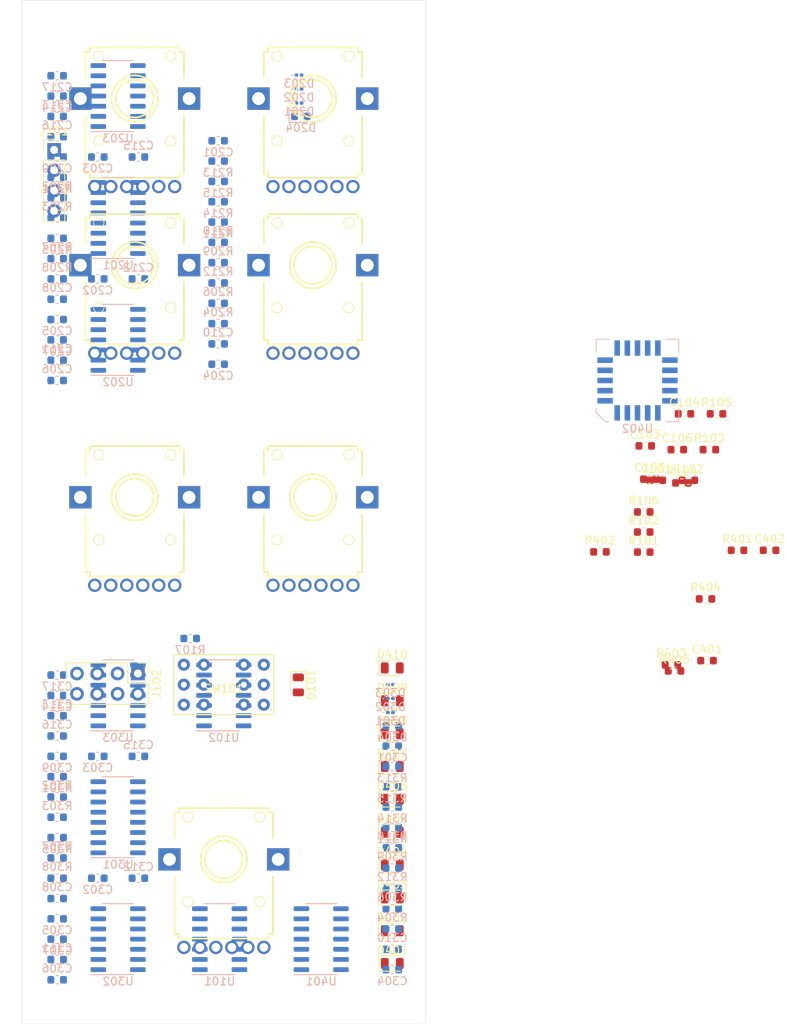
<source format=kicad_pcb>
(kicad_pcb (version 20171130) (host pcbnew "(5.1.5-0-10_14)")
  (layers (0 F.Cu signal) (31 B.Cu signal hide) (34 B.Paste user hide) (35 F.Paste user) (36 B.SilkS user hide) (37 F.SilkS user) (38 B.Mask user hide) (39 F.Mask user) (44 Edge.Cuts user))
  (net 0 "")
  (net 1 VDD)
  (net 2 GND)
  (net 3 VSS)
  (net 4 /Filter/VCA1_OUT)
  (net 5 /Filter/HP_IN)
  (net 6 /Filter/VCA2_OUT)
  (net 7 /Filter/VCA3_OUT)
  (net 8 /Filter/VCA4_OUT)
  (net 9 /sheet6035AD8F/HP_IN)
  (net 10 /Filter/HP_RES_WIPER)
  (net 11 /sheet6035AD8F/HP_RES_WIPER)
  (net 12 /Filter/VCA1_IN)
  (net 13 /Filter/VCA2_IN)
  (net 14 /Filter/VCA3_IN)
  (net 15 /Filter/VCA4_IN)
  (net 16 /LP_2)
  (net 17 +5V)
  (net 18 /LP_1)
  (net 19 /HP_1)
  (net 20 /HP_2)
  (net 21 /Filter/LP_RES_WIPER)
  (net 22 /sheet6035AD8F/LP_RES_WIPER)
  (net 23 "Net-(C203-Pad1)")
  (net 24 "Net-(C204-Pad2)")
  (net 25 "Net-(C205-Pad1)")
  (net 26 "Net-(C208-Pad1)")
  (net 27 "Net-(C212-Pad1)")
  (net 28 "Net-(C214-Pad1)")
  (net 29 "Net-(C215-Pad1)")
  (net 30 "Net-(D201-Pad1)")
  (net 31 "Net-(D202-Pad2)")
  (net 32 "Net-(D203-Pad1)")
  (net 33 "Net-(D203-Pad2)")
  (net 34 "Net-(D204-Pad2)")
  (net 35 "Net-(C303-Pad1)")
  (net 36 "Net-(C304-Pad2)")
  (net 37 /sheet6035AD8F/VCA1_OUT)
  (net 38 "Net-(C305-Pad1)")
  (net 39 "Net-(C308-Pad1)")
  (net 40 /sheet6035AD8F/VCA2_OUT)
  (net 41 "Net-(C312-Pad1)")
  (net 42 /sheet6035AD8F/VCA3_OUT)
  (net 43 "Net-(C314-Pad1)")
  (net 44 "Net-(C315-Pad1)")
  (net 45 /sheet6035AD8F/VCA4_OUT)
  (net 46 "Net-(D301-Pad1)")
  (net 47 "Net-(D302-Pad2)")
  (net 48 "Net-(D303-Pad2)")
  (net 49 "Net-(D303-Pad1)")
  (net 50 "Net-(D304-Pad2)")
  (net 51 /sheet6035AD8F/VCA1_IN)
  (net 52 /sheet6035AD8F/VCA2_IN)
  (net 53 /sheet6035AD8F/VCA3_IN)
  (net 54 /sheet6035AD8F/VCA4_IN)
  (net 55 "Net-(C103-Pad1)")
  (net 56 /INPUT_L)
  (net 57 /INPUT_R)
  (net 58 "Net-(C104-Pad1)")
  (net 59 /VU_R)
  (net 60 /VU_L)
  (net 61 "Net-(D401-Pad1)")
  (net 62 "Net-(D401-Pad2)")
  (net 63 "Net-(D402-Pad1)")
  (net 64 "Net-(D403-Pad1)")
  (net 65 "Net-(D404-Pad1)")
  (net 66 "Net-(D406-Pad1)")
  (net 67 "Net-(D407-Pad1)")
  (net 68 "Net-(D408-Pad1)")
  (net 69 "Net-(D409-Pad1)")
  (net 70 "Net-(D410-Pad1)")
  (net 71 /OUTPUT_L)
  (net 72 /SEND_OUT_L)
  (net 73 /SEND_OUT_R)
  (net 74 /HP_OUT_R)
  (net 75 /OUTPUT_R)
  (net 76 "Net-(R103-Pad1)")
  (net 77 "Net-(R104-Pad1)")
  (net 78 "Net-(R105-Pad1)")
  (net 79 "Net-(R106-Pad1)")
  (net 80 /R)
  (net 81 /L)
  (net 82 "Net-(R401-Pad1)")
  (net 83 "Net-(R401-Pad2)")
  (net 84 "Net-(R402-Pad2)")
  (net 85 "Net-(R403-Pad1)")
  (net 86 "Net-(R404-Pad1)")
  (net 87 "Net-(R404-Pad2)")
  (net 88 /R_PF)
  (net 89 /L_PF)
  (net 90 "Net-(D101-Pad2)")
  (net 91 "Net-(RV107-Pad6)")
  (net 92 "Net-(RV107-Pad3)")
  (net 93 "Net-(SW101-Pad5)")
  (net 94 "Net-(SW101-Pad2)")
  (module Package_SO:SOIC-16_3.9x9.9mm_P1.27mm (layer B.Cu) (at 48.26 140.97)
    (fp_text reference U301 (at 0 5.9) (layer B.SilkS) (effects (justify mirror)))
    (fp_text value SSI2164)
    (pad 16 smd roundrect (at 2.475 4.445) (size 1.95 0.6) (layers B.Cu B.Paste B.Mask) (net 1 VDD))
    (pad 15 smd roundrect (at 2.475 3.175) (size 1.95 0.6) (layers B.Cu B.Paste B.Mask) (net 54 /sheet6035AD8F/VCA4_IN))
    (pad 14 smd roundrect (at 2.475 1.905) (size 1.95 0.6) (layers B.Cu B.Paste B.Mask) (net 19 /HP_1))
    (pad 13 smd roundrect (at 2.475 0.635) (size 1.95 0.6) (layers B.Cu B.Paste B.Mask) (net 45 /sheet6035AD8F/VCA4_OUT))
    (pad 12 smd roundrect (at 2.475 -0.635) (size 1.95 0.6) (layers B.Cu B.Paste B.Mask) (net 42 /sheet6035AD8F/VCA3_OUT))
    (pad 11 smd roundrect (at 2.475 -1.905) (size 1.95 0.6) (layers B.Cu B.Paste B.Mask) (net 19 /HP_1))
    (pad 10 smd roundrect (at 2.475 -3.175) (size 1.95 0.6) (layers B.Cu B.Paste B.Mask) (net 53 /sheet6035AD8F/VCA3_IN))
    (pad 9 smd roundrect (at 2.475 -4.445) (size 1.95 0.6) (layers B.Cu B.Paste B.Mask) (net 3 VSS))
    (pad 8 smd roundrect (at -2.475 -4.445) (size 1.95 0.6) (layers B.Cu B.Paste B.Mask) (net 2 GND))
    (pad 7 smd roundrect (at -2.475 -3.175) (size 1.95 0.6) (layers B.Cu B.Paste B.Mask) (net 52 /sheet6035AD8F/VCA2_IN))
    (pad 6 smd roundrect (at -2.475 -1.905) (size 1.95 0.6) (layers B.Cu B.Paste B.Mask) (net 18 /LP_1))
    (pad 5 smd roundrect (at -2.475 -0.635) (size 1.95 0.6) (layers B.Cu B.Paste B.Mask) (net 40 /sheet6035AD8F/VCA2_OUT))
    (pad 4 smd roundrect (at -2.475 0.635) (size 1.95 0.6) (layers B.Cu B.Paste B.Mask) (net 37 /sheet6035AD8F/VCA1_OUT))
    (pad 3 smd roundrect (at -2.475 1.905) (size 1.95 0.6) (layers B.Cu B.Paste B.Mask) (net 18 /LP_1))
    (pad 2 smd roundrect (at -2.475 3.175) (size 1.95 0.6) (layers B.Cu B.Paste B.Mask) (net 51 /sheet6035AD8F/VCA1_IN))
    (pad 1 smd roundrect (at -2.475 4.445) (size 1.95 0.6) (layers B.Cu B.Paste B.Mask))
  )
  (module Resistor_SMD:R_0603_1608Metric (layer B.Cu) (at 82.55 137.16)
    (fp_text reference R315 (at 0 1.43) (layer B.SilkS) (effects (justify mirror)))
    (fp_text value 15k)
    (pad 1 smd roundrect (at -0.7875 0) (size 0.875 0.95) (layers B.Cu B.Paste B.Mask) (net 60 /VU_L))
    (pad 2 smd roundrect (at 0.7875 0) (size 0.875 0.95) (layers B.Cu B.Paste B.Mask) (net 54 /sheet6035AD8F/VCA4_IN))
  )
  (module Resistor_SMD:R_0603_1608Metric (layer B.Cu) (at 82.55 139.7)
    (fp_text reference R314 (at 0 1.43) (layer B.SilkS) (effects (justify mirror)))
    (fp_text value 220)
    (pad 1 smd roundrect (at -0.7875 0) (size 0.875 0.95) (layers B.Cu B.Paste B.Mask) (net 54 /sheet6035AD8F/VCA4_IN))
    (pad 2 smd roundrect (at 0.7875 0) (size 0.875 0.95) (layers B.Cu B.Paste B.Mask) (net 44 "Net-(C315-Pad1)"))
  )
  (module Resistor_SMD:R_0603_1608Metric (layer B.Cu) (at 82.55 134.62)
    (fp_text reference R313 (at 0 1.43) (layer B.SilkS) (effects (justify mirror)))
    (fp_text value 1.8k)
    (pad 1 smd roundrect (at -0.7875 0) (size 0.875 0.95) (layers B.Cu B.Paste B.Mask) (net 2 GND))
    (pad 2 smd roundrect (at 0.7875 0) (size 0.875 0.95) (layers B.Cu B.Paste B.Mask) (net 50 "Net-(D304-Pad2)"))
  )
  (module Resistor_SMD:R_0603_1608Metric (layer B.Cu) (at 82.55 149.86 180)
    (fp_text reference R312 (at 0 1.43) (layer B.SilkS) (effects (justify mirror)))
    (fp_text value 10k)
    (pad 2 smd roundrect (at 0.7875 0 180) (size 0.875 0.95) (layers B.Cu B.Paste B.Mask) (net 48 "Net-(D303-Pad2)"))
    (pad 1 smd roundrect (at -0.7875 0 180) (size 0.875 0.95) (layers B.Cu B.Paste B.Mask) (net 50 "Net-(D304-Pad2)"))
  )
  (module Resistor_SMD:R_0603_1608Metric (layer B.Cu) (at 40.64 140.97 180)
    (fp_text reference R303 (at 0 1.43) (layer B.SilkS) (effects (justify mirror)))
    (fp_text value 15k)
    (pad 2 smd roundrect (at 0.7875 0 180) (size 0.875 0.95) (layers B.Cu B.Paste B.Mask) (net 51 /sheet6035AD8F/VCA1_IN))
    (pad 1 smd roundrect (at -0.7875 0 180) (size 0.875 0.95) (layers B.Cu B.Paste B.Mask) (net 38 "Net-(C305-Pad1)"))
  )
  (module Resistor_SMD:R_0603_1608Metric (layer B.Cu) (at 40.64 138.43 180)
    (fp_text reference R302 (at 0 1.43) (layer B.SilkS) (effects (justify mirror)))
    (fp_text value 220)
    (pad 2 smd roundrect (at 0.7875 0 180) (size 0.875 0.95) (layers B.Cu B.Paste B.Mask) (net 51 /sheet6035AD8F/VCA1_IN))
    (pad 1 smd roundrect (at -0.7875 0 180) (size 0.875 0.95) (layers B.Cu B.Paste B.Mask) (net 35 "Net-(C303-Pad1)"))
  )
  (module Resistor_SMD:R_0603_1608Metric (layer B.Cu) (at 40.64 135.89)
    (fp_text reference R301 (at 0 1.43) (layer B.SilkS) (effects (justify mirror)))
    (fp_text value 15k)
    (pad 1 smd roundrect (at -0.7875 0) (size 0.875 0.95) (layers B.Cu B.Paste B.Mask) (net 51 /sheet6035AD8F/VCA1_IN))
    (pad 2 smd roundrect (at 0.7875 0) (size 0.875 0.95) (layers B.Cu B.Paste B.Mask) (net 81 /L))
  )
  (module Resistor_SMD:R_0603_1608Metric (layer B.Cu) (at 82.55 142.24)
    (fp_text reference R311 (at 0 1.43) (layer B.SilkS) (effects (justify mirror)))
    (fp_text value 15k)
    (pad 2 smd roundrect (at 0.7875 0) (size 0.875 0.95) (layers B.Cu B.Paste B.Mask) (net 53 /sheet6035AD8F/VCA3_IN))
    (pad 1 smd roundrect (at -0.7875 0) (size 0.875 0.95) (layers B.Cu B.Paste B.Mask) (net 43 "Net-(C314-Pad1)"))
  )
  (module Resistor_SMD:R_0603_1608Metric (layer B.Cu) (at 82.55 144.78 180)
    (fp_text reference R310 (at 0 1.43) (layer B.SilkS) (effects (justify mirror)))
    (fp_text value 220)
    (pad 1 smd roundrect (at -0.7875 0 180) (size 0.875 0.95) (layers B.Cu B.Paste B.Mask) (net 53 /sheet6035AD8F/VCA3_IN))
    (pad 2 smd roundrect (at 0.7875 0 180) (size 0.875 0.95) (layers B.Cu B.Paste B.Mask) (net 41 "Net-(C312-Pad1)"))
  )
  (module Resistor_SMD:R_0603_1608Metric (layer B.Cu) (at 82.55 147.32 180)
    (fp_text reference R309 (at 0 1.43) (layer B.SilkS) (effects (justify mirror)))
    (fp_text value 15k)
    (pad 2 smd roundrect (at 0.7875 0 180) (size 0.875 0.95) (layers B.Cu B.Paste B.Mask) (net 48 "Net-(D303-Pad2)"))
    (pad 1 smd roundrect (at -0.7875 0 180) (size 0.875 0.95) (layers B.Cu B.Paste B.Mask) (net 53 /sheet6035AD8F/VCA3_IN))
  )
  (module Resistor_SMD:R_0603_1608Metric (layer B.Cu) (at 40.64 148.59 180)
    (fp_text reference R308 (at 0 1.43) (layer B.SilkS) (effects (justify mirror)))
    (fp_text value 15k)
    (pad 1 smd roundrect (at -0.7875 0 180) (size 0.875 0.95) (layers B.Cu B.Paste B.Mask) (net 9 /sheet6035AD8F/HP_IN))
    (pad 2 smd roundrect (at 0.7875 0 180) (size 0.875 0.95) (layers B.Cu B.Paste B.Mask) (net 52 /sheet6035AD8F/VCA2_IN))
  )
  (module Resistor_SMD:R_0603_1608Metric (layer B.Cu) (at 40.64 146.05 180)
    (fp_text reference R307 (at 0 1.43) (layer B.SilkS) (effects (justify mirror)))
    (fp_text value 220)
    (pad 2 smd roundrect (at 0.7875 0 180) (size 0.875 0.95) (layers B.Cu B.Paste B.Mask) (net 52 /sheet6035AD8F/VCA2_IN))
    (pad 1 smd roundrect (at -0.7875 0 180) (size 0.875 0.95) (layers B.Cu B.Paste B.Mask) (net 39 "Net-(C308-Pad1)"))
  )
  (module Resistor_SMD:R_0603_1608Metric (layer B.Cu) (at 82.55 152.4 180)
    (fp_text reference R306 (at 0 1.43) (layer B.SilkS) (effects (justify mirror)))
    (fp_text value 1.8k)
    (pad 2 smd roundrect (at 0.7875 0 180) (size 0.875 0.95) (layers B.Cu B.Paste B.Mask) (net 47 "Net-(D302-Pad2)"))
    (pad 1 smd roundrect (at -0.7875 0 180) (size 0.875 0.95) (layers B.Cu B.Paste B.Mask) (net 2 GND))
  )
  (module Resistor_SMD:R_0603_1608Metric (layer B.Cu) (at 40.64 143.51)
    (fp_text reference R305 (at 0 1.43) (layer B.SilkS) (effects (justify mirror)))
    (fp_text value 15k)
    (pad 1 smd roundrect (at -0.7875 0) (size 0.875 0.95) (layers B.Cu B.Paste B.Mask) (net 52 /sheet6035AD8F/VCA2_IN))
    (pad 2 smd roundrect (at 0.7875 0) (size 0.875 0.95) (layers B.Cu B.Paste B.Mask) (net 38 "Net-(C305-Pad1)"))
  )
  (module Resistor_SMD:R_0603_1608Metric (layer B.Cu) (at 82.55 154.94 180)
    (fp_text reference R304 (at 0 1.43) (layer B.SilkS) (effects (justify mirror)))
    (fp_text value 10k)
    (pad 1 smd roundrect (at -0.7875 0 180) (size 0.875 0.95) (layers B.Cu B.Paste B.Mask) (net 47 "Net-(D302-Pad2)"))
    (pad 2 smd roundrect (at 0.7875 0 180) (size 0.875 0.95) (layers B.Cu B.Paste B.Mask) (net 36 "Net-(C304-Pad2)"))
  )
  (module Package_SO:SOIC-14_3.9x8.7mm_P1.27mm (layer B.Cu) (at 48.26 125.73)
    (fp_text reference U303 (at 0 5.28) (layer B.SilkS) (effects (justify mirror)))
    (fp_text value TL074)
    (pad 1 smd roundrect (at -2.475 3.81) (size 1.95 0.6) (layers B.Cu B.Paste B.Mask) (net 43 "Net-(C314-Pad1)"))
    (pad 2 smd roundrect (at -2.475 2.54) (size 1.95 0.6) (layers B.Cu B.Paste B.Mask) (net 42 /sheet6035AD8F/VCA3_OUT))
    (pad 3 smd roundrect (at -2.475 1.27) (size 1.95 0.6) (layers B.Cu B.Paste B.Mask) (net 2 GND))
    (pad 4 smd roundrect (at -2.475 0) (size 1.95 0.6) (layers B.Cu B.Paste B.Mask) (net 1 VDD))
    (pad 5 smd roundrect (at -2.475 -1.27) (size 1.95 0.6) (layers B.Cu B.Paste B.Mask) (net 2 GND))
    (pad 6 smd roundrect (at -2.475 -2.54) (size 1.95 0.6) (layers B.Cu B.Paste B.Mask) (net 45 /sheet6035AD8F/VCA4_OUT))
    (pad 7 smd roundrect (at -2.475 -3.81) (size 1.95 0.6) (layers B.Cu B.Paste B.Mask) (net 60 /VU_L))
    (pad 8 smd roundrect (at 2.475 -3.81) (size 1.95 0.6) (layers B.Cu B.Paste B.Mask) (net 48 "Net-(D303-Pad2)"))
    (pad 9 smd roundrect (at 2.475 -2.54) (size 1.95 0.6) (layers B.Cu B.Paste B.Mask) (net 50 "Net-(D304-Pad2)"))
    (pad 10 smd roundrect (at 2.475 -1.27) (size 1.95 0.6) (layers B.Cu B.Paste B.Mask) (net 11 /sheet6035AD8F/HP_RES_WIPER))
    (pad 11 smd roundrect (at 2.475 0) (size 1.95 0.6) (layers B.Cu B.Paste B.Mask) (net 3 VSS))
    (pad 12 smd roundrect (at 2.475 1.27) (size 1.95 0.6) (layers B.Cu B.Paste B.Mask))
    (pad 13 smd roundrect (at 2.475 2.54) (size 1.95 0.6) (layers B.Cu B.Paste B.Mask))
    (pad 14 smd roundrect (at 2.475 3.81) (size 1.95 0.6) (layers B.Cu B.Paste B.Mask))
  )
  (module Package_SO:SOIC-14_3.9x8.7mm_P1.27mm (layer B.Cu) (at 48.26 156.21)
    (fp_text reference U302 (at 0 5.28) (layer B.SilkS) (effects (justify mirror)))
    (fp_text value TL074)
    (pad 14 smd roundrect (at 2.475 3.81) (size 1.95 0.6) (layers B.Cu B.Paste B.Mask))
    (pad 13 smd roundrect (at 2.475 2.54) (size 1.95 0.6) (layers B.Cu B.Paste B.Mask))
    (pad 12 smd roundrect (at 2.475 1.27) (size 1.95 0.6) (layers B.Cu B.Paste B.Mask))
    (pad 11 smd roundrect (at 2.475 0) (size 1.95 0.6) (layers B.Cu B.Paste B.Mask) (net 3 VSS))
    (pad 10 smd roundrect (at 2.475 -1.27) (size 1.95 0.6) (layers B.Cu B.Paste B.Mask) (net 22 /sheet6035AD8F/LP_RES_WIPER))
    (pad 9 smd roundrect (at 2.475 -2.54) (size 1.95 0.6) (layers B.Cu B.Paste B.Mask) (net 47 "Net-(D302-Pad2)"))
    (pad 8 smd roundrect (at 2.475 -3.81) (size 1.95 0.6) (layers B.Cu B.Paste B.Mask) (net 36 "Net-(C304-Pad2)"))
    (pad 7 smd roundrect (at -2.475 -3.81) (size 1.95 0.6) (layers B.Cu B.Paste B.Mask) (net 9 /sheet6035AD8F/HP_IN))
    (pad 6 smd roundrect (at -2.475 -2.54) (size 1.95 0.6) (layers B.Cu B.Paste B.Mask) (net 40 /sheet6035AD8F/VCA2_OUT))
    (pad 5 smd roundrect (at -2.475 -1.27) (size 1.95 0.6) (layers B.Cu B.Paste B.Mask) (net 2 GND))
    (pad 4 smd roundrect (at -2.475 0) (size 1.95 0.6) (layers B.Cu B.Paste B.Mask) (net 1 VDD))
    (pad 3 smd roundrect (at -2.475 1.27) (size 1.95 0.6) (layers B.Cu B.Paste B.Mask) (net 2 GND))
    (pad 2 smd roundrect (at -2.475 2.54) (size 1.95 0.6) (layers B.Cu B.Paste B.Mask) (net 37 /sheet6035AD8F/VCA1_OUT))
    (pad 1 smd roundrect (at -2.475 3.81) (size 1.95 0.6) (layers B.Cu B.Paste B.Mask) (net 38 "Net-(C305-Pad1)"))
  )
  (module Diode_SMD:D_0201_0603Metric (layer B.Cu) (at 82.316621 124.375261)
    (fp_text reference D303 (at 0 1.05) (layer B.SilkS) (effects (justify mirror)))
    (fp_text value D_Zener)
    (pad 2 smd roundrect (at 0.32 0) (size 0.46 0.4) (layers B.Cu B.Mask) (net 48 "Net-(D303-Pad2)"))
    (pad 1 smd roundrect (at -0.32 0) (size 0.46 0.4) (layers B.Cu B.Mask) (net 49 "Net-(D303-Pad1)"))
  )
  (module Diode_SMD:D_0201_0603Metric (layer B.Cu) (at 82.316621 126.125261)
    (fp_text reference D302 (at 0 1.05) (layer B.SilkS) (effects (justify mirror)))
    (fp_text value D_Zener)
    (pad 2 smd roundrect (at 0.32 0) (size 0.46 0.4) (layers B.Cu B.Mask) (net 47 "Net-(D302-Pad2)"))
    (pad 1 smd roundrect (at -0.32 0) (size 0.46 0.4) (layers B.Cu B.Mask) (net 46 "Net-(D301-Pad1)"))
  )
  (module Capacitor_SMD:C_0603_1608Metric (layer B.Cu) (at 82.55 157.48 180)
    (fp_text reference C310 (at 0 1.43) (layer B.SilkS) (effects (justify mirror)))
    (fp_text value 0.1u)
    (pad 2 smd roundrect (at 0.7875 0 180) (size 0.875 0.95) (layers B.Cu B.Paste B.Mask) (net 3 VSS))
    (pad 1 smd roundrect (at -0.7875 0 180) (size 0.875 0.95) (layers B.Cu B.Paste B.Mask) (net 2 GND))
  )
  (module Capacitor_SMD:C_0603_1608Metric (layer B.Cu) (at 40.64 133.35)
    (fp_text reference C309 (at 0 1.43) (layer B.SilkS) (effects (justify mirror)))
    (fp_text value 0.1u)
    (pad 1 smd roundrect (at -0.7875 0) (size 0.875 0.95) (layers B.Cu B.Paste B.Mask) (net 1 VDD))
    (pad 2 smd roundrect (at 0.7875 0) (size 0.875 0.95) (layers B.Cu B.Paste B.Mask) (net 2 GND))
  )
  (module Diode_SMD:D_0201_0603Metric (layer B.Cu) (at 82.316621 127.875261)
    (fp_text reference D301 (at 0 1.05) (layer B.SilkS) (effects (justify mirror)))
    (fp_text value D_Zener)
    (pad 1 smd roundrect (at -0.32 0) (size 0.46 0.4) (layers B.Cu B.Mask) (net 46 "Net-(D301-Pad1)"))
    (pad 2 smd roundrect (at 0.32 0) (size 0.46 0.4) (layers B.Cu B.Mask) (net 36 "Net-(C304-Pad2)"))
  )
  (module Capacitor_SMD:C_0603_1608Metric (layer B.Cu) (at 40.64 151.13 180)
    (fp_text reference C308 (at 0 1.43) (layer B.SilkS) (effects (justify mirror)))
    (fp_text value 1200p)
    (pad 1 smd roundrect (at -0.7875 0 180) (size 0.875 0.95) (layers B.Cu B.Paste B.Mask) (net 39 "Net-(C308-Pad1)"))
    (pad 2 smd roundrect (at 0.7875 0 180) (size 0.875 0.95) (layers B.Cu B.Paste B.Mask) (net 2 GND))
  )
  (module Capacitor_SMD:C_0603_1608Metric (layer B.Cu) (at 40.64 156.21)
    (fp_text reference C307 (at 0 1.43) (layer B.SilkS) (effects (justify mirror)))
    (fp_text value 0.1u)
    (pad 1 smd roundrect (at -0.7875 0) (size 0.875 0.95) (layers B.Cu B.Paste B.Mask) (net 3 VSS))
    (pad 2 smd roundrect (at 0.7875 0) (size 0.875 0.95) (layers B.Cu B.Paste B.Mask) (net 2 GND))
  )
  (module Capacitor_SMD:C_0603_1608Metric (layer B.Cu) (at 40.64 161.29 180)
    (fp_text reference C306 (at 0 1.43) (layer B.SilkS) (effects (justify mirror)))
    (fp_text value 0.1u)
    (pad 1 smd roundrect (at -0.7875 0 180) (size 0.875 0.95) (layers B.Cu B.Paste B.Mask) (net 1 VDD))
    (pad 2 smd roundrect (at 0.7875 0 180) (size 0.875 0.95) (layers B.Cu B.Paste B.Mask) (net 2 GND))
  )
  (module Capacitor_SMD:C_0603_1608Metric (layer B.Cu) (at 50.8 133.35 180)
    (fp_text reference C315 (at 0 1.43) (layer B.SilkS) (effects (justify mirror)))
    (fp_text value 1200p)
    (pad 1 smd roundrect (at -0.7875 0 180) (size 0.875 0.95) (layers B.Cu B.Paste B.Mask) (net 44 "Net-(C315-Pad1)"))
    (pad 2 smd roundrect (at 0.7875 0 180) (size 0.875 0.95) (layers B.Cu B.Paste B.Mask) (net 2 GND))
  )
  (module Capacitor_SMD:C_0603_1608Metric (layer B.Cu) (at 40.64 125.73)
    (fp_text reference C314 (at 0 1.43) (layer B.SilkS) (effects (justify mirror)))
    (fp_text value 470p)
    (pad 1 smd roundrect (at -0.7875 0) (size 0.875 0.95) (layers B.Cu B.Paste B.Mask) (net 43 "Net-(C314-Pad1)"))
    (pad 2 smd roundrect (at 0.7875 0) (size 0.875 0.95) (layers B.Cu B.Paste B.Mask) (net 42 /sheet6035AD8F/VCA3_OUT))
  )
  (module Capacitor_SMD:C_0603_1608Metric (layer B.Cu) (at 40.64 128.27 180)
    (fp_text reference C313 (at 0 1.43) (layer B.SilkS) (effects (justify mirror)))
    (fp_text value 1200p)
    (pad 2 smd roundrect (at 0.7875 0 180) (size 0.875 0.95) (layers B.Cu B.Paste B.Mask) (net 9 /sheet6035AD8F/HP_IN))
    (pad 1 smd roundrect (at -0.7875 0 180) (size 0.875 0.95) (layers B.Cu B.Paste B.Mask) (net 42 /sheet6035AD8F/VCA3_OUT))
  )
  (module Capacitor_SMD:C_0603_1608Metric (layer B.Cu) (at 50.8 148.59 180)
    (fp_text reference C312 (at 0 1.43) (layer B.SilkS) (effects (justify mirror)))
    (fp_text value 1200p)
    (pad 1 smd roundrect (at -0.7875 0 180) (size 0.875 0.95) (layers B.Cu B.Paste B.Mask) (net 41 "Net-(C312-Pad1)"))
    (pad 2 smd roundrect (at 0.7875 0 180) (size 0.875 0.95) (layers B.Cu B.Paste B.Mask) (net 2 GND))
  )
  (module Capacitor_SMD:C_0603_1608Metric (layer B.Cu) (at 40.64 158.75 180)
    (fp_text reference C311 (at 0 1.43) (layer B.SilkS) (effects (justify mirror)))
    (fp_text value 470p)
    (pad 2 smd roundrect (at 0.7875 0 180) (size 0.875 0.95) (layers B.Cu B.Paste B.Mask) (net 40 /sheet6035AD8F/VCA2_OUT))
    (pad 1 smd roundrect (at -0.7875 0 180) (size 0.875 0.95) (layers B.Cu B.Paste B.Mask) (net 9 /sheet6035AD8F/HP_IN))
  )
  (module Capacitor_SMD:C_0603_1608Metric (layer B.Cu) (at 40.64 130.81 180)
    (fp_text reference C316 (at 0 1.43) (layer B.SilkS) (effects (justify mirror)))
    (fp_text value 470p)
    (pad 1 smd roundrect (at -0.7875 0 180) (size 0.875 0.95) (layers B.Cu B.Paste B.Mask) (net 45 /sheet6035AD8F/VCA4_OUT))
    (pad 2 smd roundrect (at 0.7875 0 180) (size 0.875 0.95) (layers B.Cu B.Paste B.Mask) (net 43 "Net-(C314-Pad1)"))
  )
  (module Capacitor_SMD:C_0603_1608Metric (layer B.Cu) (at 40.64 153.67)
    (fp_text reference C305 (at 0 1.43) (layer B.SilkS) (effects (justify mirror)))
    (fp_text value 470p)
    (pad 2 smd roundrect (at 0.7875 0) (size 0.875 0.95) (layers B.Cu B.Paste B.Mask) (net 37 /sheet6035AD8F/VCA1_OUT))
    (pad 1 smd roundrect (at -0.7875 0) (size 0.875 0.95) (layers B.Cu B.Paste B.Mask) (net 38 "Net-(C305-Pad1)"))
  )
  (module Capacitor_SMD:C_0603_1608Metric (layer B.Cu) (at 82.55 160.02)
    (fp_text reference C304 (at 0 1.43) (layer B.SilkS) (effects (justify mirror)))
    (fp_text value 470p)
    (pad 2 smd roundrect (at 0.7875 0) (size 0.875 0.95) (layers B.Cu B.Paste B.Mask) (net 36 "Net-(C304-Pad2)"))
    (pad 1 smd roundrect (at -0.7875 0) (size 0.875 0.95) (layers B.Cu B.Paste B.Mask) (net 37 /sheet6035AD8F/VCA1_OUT))
  )
  (module Capacitor_SMD:C_0603_1608Metric (layer B.Cu) (at 45.72 133.35)
    (fp_text reference C303 (at 0 1.43) (layer B.SilkS) (effects (justify mirror)))
    (fp_text value 1200p)
    (pad 1 smd roundrect (at -0.7875 0) (size 0.875 0.95) (layers B.Cu B.Paste B.Mask) (net 35 "Net-(C303-Pad1)"))
    (pad 2 smd roundrect (at 0.7875 0) (size 0.875 0.95) (layers B.Cu B.Paste B.Mask) (net 2 GND))
  )
  (module Capacitor_SMD:C_0603_1608Metric (layer B.Cu) (at 45.72 148.59)
    (fp_text reference C302 (at 0 1.43) (layer B.SilkS) (effects (justify mirror)))
    (fp_text value 0.1uF)
    (pad 2 smd roundrect (at 0.7875 0) (size 0.875 0.95) (layers B.Cu B.Paste B.Mask) (net 3 VSS))
    (pad 1 smd roundrect (at -0.7875 0) (size 0.875 0.95) (layers B.Cu B.Paste B.Mask) (net 2 GND))
  )
  (module Capacitor_SMD:C_0603_1608Metric (layer B.Cu) (at 82.55 132.08)
    (fp_text reference C301 (at 0 1.43) (layer B.SilkS) (effects (justify mirror)))
    (fp_text value 0.1u)
    (pad 2 smd roundrect (at 0.7875 0) (size 0.875 0.95) (layers B.Cu B.Paste B.Mask) (net 2 GND))
    (pad 1 smd roundrect (at -0.7875 0) (size 0.875 0.95) (layers B.Cu B.Paste B.Mask) (net 1 VDD))
  )
  (module Capacitor_SMD:C_0603_1608Metric (layer B.Cu) (at 60.770799 56.388)
    (fp_text reference C201 (at 0 1.43) (layer B.SilkS) (effects (justify mirror)))
    (fp_text value 0.1u)
    (pad 1 smd roundrect (at -0.7875 0) (size 0.875 0.95) (layers B.Cu B.Paste B.Mask) (net 1 VDD))
    (pad 2 smd roundrect (at 0.7875 0) (size 0.875 0.95) (layers B.Cu B.Paste B.Mask) (net 2 GND))
  )
  (module Capacitor_SMD:C_0603_1608Metric (layer B.Cu) (at 45.72 73.66)
    (fp_text reference C202 (at 0 1.43) (layer B.SilkS) (effects (justify mirror)))
    (fp_text value 0.1uF)
    (pad 1 smd roundrect (at -0.7875 0) (size 0.875 0.95) (layers B.Cu B.Paste B.Mask) (net 2 GND))
    (pad 2 smd roundrect (at 0.7875 0) (size 0.875 0.95) (layers B.Cu B.Paste B.Mask) (net 3 VSS))
  )
  (module Capacitor_SMD:C_0603_1608Metric (layer B.Cu) (at 45.72 58.42)
    (fp_text reference C203 (at 0 1.43) (layer B.SilkS) (effects (justify mirror)))
    (fp_text value 1200p)
    (pad 2 smd roundrect (at 0.7875 0) (size 0.875 0.95) (layers B.Cu B.Paste B.Mask) (net 2 GND))
    (pad 1 smd roundrect (at -0.7875 0) (size 0.875 0.95) (layers B.Cu B.Paste B.Mask) (net 23 "Net-(C203-Pad1)"))
  )
  (module Capacitor_SMD:C_0603_1608Metric (layer B.Cu) (at 60.770799 84.328)
    (fp_text reference C204 (at 0 1.43) (layer B.SilkS) (effects (justify mirror)))
    (fp_text value 470p)
    (pad 1 smd roundrect (at -0.7875 0) (size 0.875 0.95) (layers B.Cu B.Paste B.Mask) (net 4 /Filter/VCA1_OUT))
    (pad 2 smd roundrect (at 0.7875 0) (size 0.875 0.95) (layers B.Cu B.Paste B.Mask) (net 24 "Net-(C204-Pad2)"))
  )
  (module Capacitor_SMD:C_0603_1608Metric (layer B.Cu) (at 40.64 78.74)
    (fp_text reference C205 (at 0 1.43) (layer B.SilkS) (effects (justify mirror)))
    (fp_text value 470p)
    (pad 1 smd roundrect (at -0.7875 0) (size 0.875 0.95) (layers B.Cu B.Paste B.Mask) (net 25 "Net-(C205-Pad1)"))
    (pad 2 smd roundrect (at 0.7875 0) (size 0.875 0.95) (layers B.Cu B.Paste B.Mask) (net 4 /Filter/VCA1_OUT))
  )
  (module Capacitor_SMD:C_0603_1608Metric (layer B.Cu) (at 40.64 86.36 180)
    (fp_text reference C206 (at 0 1.43) (layer B.SilkS) (effects (justify mirror)))
    (fp_text value 0.1u)
    (pad 2 smd roundrect (at 0.7875 0 180) (size 0.875 0.95) (layers B.Cu B.Paste B.Mask) (net 2 GND))
    (pad 1 smd roundrect (at -0.7875 0 180) (size 0.875 0.95) (layers B.Cu B.Paste B.Mask) (net 1 VDD))
  )
  (module Capacitor_SMD:C_0603_1608Metric (layer B.Cu) (at 40.64 81.28)
    (fp_text reference C207 (at 0 1.43) (layer B.SilkS) (effects (justify mirror)))
    (fp_text value 0.1u)
    (pad 2 smd roundrect (at 0.7875 0) (size 0.875 0.95) (layers B.Cu B.Paste B.Mask) (net 2 GND))
    (pad 1 smd roundrect (at -0.7875 0) (size 0.875 0.95) (layers B.Cu B.Paste B.Mask) (net 3 VSS))
  )
  (module Capacitor_SMD:C_0603_1608Metric (layer B.Cu) (at 40.64 76.2 180)
    (fp_text reference C208 (at 0 1.43) (layer B.SilkS) (effects (justify mirror)))
    (fp_text value 1200p)
    (pad 2 smd roundrect (at 0.7875 0 180) (size 0.875 0.95) (layers B.Cu B.Paste B.Mask) (net 2 GND))
    (pad 1 smd roundrect (at -0.7875 0 180) (size 0.875 0.95) (layers B.Cu B.Paste B.Mask) (net 26 "Net-(C208-Pad1)"))
  )
  (module Capacitor_SMD:C_0603_1608Metric (layer B.Cu) (at 40.64 58.42)
    (fp_text reference C209 (at 0 1.43) (layer B.SilkS) (effects (justify mirror)))
    (fp_text value 0.1u)
    (pad 2 smd roundrect (at 0.7875 0) (size 0.875 0.95) (layers B.Cu B.Paste B.Mask) (net 2 GND))
    (pad 1 smd roundrect (at -0.7875 0) (size 0.875 0.95) (layers B.Cu B.Paste B.Mask) (net 1 VDD))
  )
  (module Capacitor_SMD:C_0603_1608Metric (layer B.Cu) (at 60.770799 81.788 180)
    (fp_text reference C210 (at 0 1.43) (layer B.SilkS) (effects (justify mirror)))
    (fp_text value 0.1u)
    (pad 1 smd roundrect (at -0.7875 0 180) (size 0.875 0.95) (layers B.Cu B.Paste B.Mask) (net 2 GND))
    (pad 2 smd roundrect (at 0.7875 0 180) (size 0.875 0.95) (layers B.Cu B.Paste B.Mask) (net 3 VSS))
  )
  (module Capacitor_SMD:C_0603_1608Metric (layer B.Cu) (at 40.64 83.82 180)
    (fp_text reference C211 (at 0 1.43) (layer B.SilkS) (effects (justify mirror)))
    (fp_text value 470p)
    (pad 1 smd roundrect (at -0.7875 0 180) (size 0.875 0.95) (layers B.Cu B.Paste B.Mask) (net 5 /Filter/HP_IN))
    (pad 2 smd roundrect (at 0.7875 0 180) (size 0.875 0.95) (layers B.Cu B.Paste B.Mask) (net 6 /Filter/VCA2_OUT))
  )
  (module Capacitor_SMD:C_0603_1608Metric (layer B.Cu) (at 50.8 73.66 180)
    (fp_text reference C212 (at 0 1.43) (layer B.SilkS) (effects (justify mirror)))
    (fp_text value 1200p)
    (pad 2 smd roundrect (at 0.7875 0 180) (size 0.875 0.95) (layers B.Cu B.Paste B.Mask) (net 2 GND))
    (pad 1 smd roundrect (at -0.7875 0 180) (size 0.875 0.95) (layers B.Cu B.Paste B.Mask) (net 27 "Net-(C212-Pad1)"))
  )
  (module Capacitor_SMD:C_0603_1608Metric (layer B.Cu) (at 40.64 53.34 180)
    (fp_text reference C213 (at 0 1.43) (layer B.SilkS) (effects (justify mirror)))
    (fp_text value 1200p)
    (pad 1 smd roundrect (at -0.7875 0 180) (size 0.875 0.95) (layers B.Cu B.Paste B.Mask) (net 7 /Filter/VCA3_OUT))
    (pad 2 smd roundrect (at 0.7875 0 180) (size 0.875 0.95) (layers B.Cu B.Paste B.Mask) (net 5 /Filter/HP_IN))
  )
  (module Capacitor_SMD:C_0603_1608Metric (layer B.Cu) (at 40.64 50.8)
    (fp_text reference C214 (at 0 1.43) (layer B.SilkS) (effects (justify mirror)))
    (fp_text value 470p)
    (pad 2 smd roundrect (at 0.7875 0) (size 0.875 0.95) (layers B.Cu B.Paste B.Mask) (net 7 /Filter/VCA3_OUT))
    (pad 1 smd roundrect (at -0.7875 0) (size 0.875 0.95) (layers B.Cu B.Paste B.Mask) (net 28 "Net-(C214-Pad1)"))
  )
  (module Capacitor_SMD:C_0603_1608Metric (layer B.Cu) (at 50.8 58.42 180)
    (fp_text reference C215 (at 0 1.43) (layer B.SilkS) (effects (justify mirror)))
    (fp_text value 1200p)
    (pad 2 smd roundrect (at 0.7875 0 180) (size 0.875 0.95) (layers B.Cu B.Paste B.Mask) (net 2 GND))
    (pad 1 smd roundrect (at -0.7875 0 180) (size 0.875 0.95) (layers B.Cu B.Paste B.Mask) (net 29 "Net-(C215-Pad1)"))
  )
  (module Capacitor_SMD:C_0603_1608Metric (layer B.Cu) (at 40.64 55.88 180)
    (fp_text reference C216 (at 0 1.43) (layer B.SilkS) (effects (justify mirror)))
    (fp_text value 470p)
    (pad 2 smd roundrect (at 0.7875 0 180) (size 0.875 0.95) (layers B.Cu B.Paste B.Mask) (net 28 "Net-(C214-Pad1)"))
    (pad 1 smd roundrect (at -0.7875 0 180) (size 0.875 0.95) (layers B.Cu B.Paste B.Mask) (net 8 /Filter/VCA4_OUT))
  )
  (module Diode_SMD:D_0201_0603Metric (layer B.Cu) (at 70.886621 51.675261)
    (fp_text reference D201 (at 0 1.05) (layer B.SilkS) (effects (justify mirror)))
    (fp_text value D_Zener)
    (pad 2 smd roundrect (at 0.32 0) (size 0.46 0.4) (layers B.Cu B.Mask) (net 24 "Net-(C204-Pad2)"))
    (pad 1 smd roundrect (at -0.32 0) (size 0.46 0.4) (layers B.Cu B.Mask) (net 30 "Net-(D201-Pad1)"))
  )
  (module Diode_SMD:D_0201_0603Metric (layer B.Cu) (at 70.886621 49.925261)
    (fp_text reference D202 (at 0 1.05) (layer B.SilkS) (effects (justify mirror)))
    (fp_text value D_Zener)
    (pad 1 smd roundrect (at -0.32 0) (size 0.46 0.4) (layers B.Cu B.Mask) (net 30 "Net-(D201-Pad1)"))
    (pad 2 smd roundrect (at 0.32 0) (size 0.46 0.4) (layers B.Cu B.Mask) (net 31 "Net-(D202-Pad2)"))
  )
  (module Diode_SMD:D_0201_0603Metric (layer B.Cu) (at 70.886621 48.175261)
    (fp_text reference D203 (at 0 1.05) (layer B.SilkS) (effects (justify mirror)))
    (fp_text value D_Zener)
    (pad 1 smd roundrect (at -0.32 0) (size 0.46 0.4) (layers B.Cu B.Mask) (net 32 "Net-(D203-Pad1)"))
    (pad 2 smd roundrect (at 0.32 0) (size 0.46 0.4) (layers B.Cu B.Mask) (net 33 "Net-(D203-Pad2)"))
  )
  (module Resistor_SMD:R_0603_1608Metric (layer B.Cu) (at 40.64 60.96)
    (fp_text reference R201 (at 0 1.43) (layer B.SilkS) (effects (justify mirror)))
    (fp_text value 15k)
    (pad 2 smd roundrect (at 0.7875 0) (size 0.875 0.95) (layers B.Cu B.Paste B.Mask) (net 80 /R))
    (pad 1 smd roundrect (at -0.7875 0) (size 0.875 0.95) (layers B.Cu B.Paste B.Mask) (net 12 /Filter/VCA1_IN))
  )
  (module Resistor_SMD:R_0603_1608Metric (layer B.Cu) (at 40.64 63.5 180)
    (fp_text reference R202 (at 0 1.43) (layer B.SilkS) (effects (justify mirror)))
    (fp_text value 220)
    (pad 1 smd roundrect (at -0.7875 0 180) (size 0.875 0.95) (layers B.Cu B.Paste B.Mask) (net 23 "Net-(C203-Pad1)"))
    (pad 2 smd roundrect (at 0.7875 0 180) (size 0.875 0.95) (layers B.Cu B.Paste B.Mask) (net 12 /Filter/VCA1_IN))
  )
  (module Resistor_SMD:R_0603_1608Metric (layer B.Cu) (at 40.64 66.04 180)
    (fp_text reference R203 (at 0 1.43) (layer B.SilkS) (effects (justify mirror)))
    (fp_text value 15k)
    (pad 1 smd roundrect (at -0.7875 0 180) (size 0.875 0.95) (layers B.Cu B.Paste B.Mask) (net 25 "Net-(C205-Pad1)"))
    (pad 2 smd roundrect (at 0.7875 0 180) (size 0.875 0.95) (layers B.Cu B.Paste B.Mask) (net 12 /Filter/VCA1_IN))
  )
  (module Resistor_SMD:R_0603_1608Metric (layer B.Cu) (at 60.770799 79.248 180)
    (fp_text reference R204 (at 0 1.43) (layer B.SilkS) (effects (justify mirror)))
    (fp_text value 10k)
    (pad 2 smd roundrect (at 0.7875 0 180) (size 0.875 0.95) (layers B.Cu B.Paste B.Mask) (net 24 "Net-(C204-Pad2)"))
    (pad 1 smd roundrect (at -0.7875 0 180) (size 0.875 0.95) (layers B.Cu B.Paste B.Mask) (net 31 "Net-(D202-Pad2)"))
  )
  (module Resistor_SMD:R_0603_1608Metric (layer B.Cu) (at 40.64 68.58)
    (fp_text reference R205 (at 0 1.43) (layer B.SilkS) (effects (justify mirror)))
    (fp_text value 15k)
    (pad 2 smd roundrect (at 0.7875 0) (size 0.875 0.95) (layers B.Cu B.Paste B.Mask) (net 25 "Net-(C205-Pad1)"))
    (pad 1 smd roundrect (at -0.7875 0) (size 0.875 0.95) (layers B.Cu B.Paste B.Mask) (net 13 /Filter/VCA2_IN))
  )
  (module Resistor_SMD:R_0603_1608Metric (layer B.Cu) (at 60.770799 76.708 180)
    (fp_text reference R206 (at 0 1.43) (layer B.SilkS) (effects (justify mirror)))
    (fp_text value 1.8k)
    (pad 1 smd roundrect (at -0.7875 0 180) (size 0.875 0.95) (layers B.Cu B.Paste B.Mask) (net 2 GND))
    (pad 2 smd roundrect (at 0.7875 0 180) (size 0.875 0.95) (layers B.Cu B.Paste B.Mask) (net 31 "Net-(D202-Pad2)"))
  )
  (module Resistor_SMD:R_0603_1608Metric (layer B.Cu) (at 40.64 71.12 180)
    (fp_text reference R207 (at 0 1.43) (layer B.SilkS) (effects (justify mirror)))
    (fp_text value 220)
    (pad 1 smd roundrect (at -0.7875 0 180) (size 0.875 0.95) (layers B.Cu B.Paste B.Mask) (net 26 "Net-(C208-Pad1)"))
    (pad 2 smd roundrect (at 0.7875 0 180) (size 0.875 0.95) (layers B.Cu B.Paste B.Mask) (net 13 /Filter/VCA2_IN))
  )
  (module Resistor_SMD:R_0603_1608Metric (layer B.Cu) (at 40.64 73.66 180)
    (fp_text reference R208 (at 0 1.43) (layer B.SilkS) (effects (justify mirror)))
    (fp_text value 15k)
    (pad 2 smd roundrect (at 0.7875 0 180) (size 0.875 0.95) (layers B.Cu B.Paste B.Mask) (net 13 /Filter/VCA2_IN))
    (pad 1 smd roundrect (at -0.7875 0 180) (size 0.875 0.95) (layers B.Cu B.Paste B.Mask) (net 5 /Filter/HP_IN))
  )
  (module Resistor_SMD:R_0603_1608Metric (layer B.Cu) (at 60.770799 71.628 180)
    (fp_text reference R209 (at 0 1.43) (layer B.SilkS) (effects (justify mirror)))
    (fp_text value 15k)
    (pad 1 smd roundrect (at -0.7875 0 180) (size 0.875 0.95) (layers B.Cu B.Paste B.Mask) (net 14 /Filter/VCA3_IN))
    (pad 2 smd roundrect (at 0.7875 0 180) (size 0.875 0.95) (layers B.Cu B.Paste B.Mask) (net 33 "Net-(D203-Pad2)"))
  )
  (module Resistor_SMD:R_0603_1608Metric (layer B.Cu) (at 60.770799 69.088 180)
    (fp_text reference R210 (at 0 1.43) (layer B.SilkS) (effects (justify mirror)))
    (fp_text value 220)
    (pad 2 smd roundrect (at 0.7875 0 180) (size 0.875 0.95) (layers B.Cu B.Paste B.Mask) (net 27 "Net-(C212-Pad1)"))
    (pad 1 smd roundrect (at -0.7875 0 180) (size 0.875 0.95) (layers B.Cu B.Paste B.Mask) (net 14 /Filter/VCA3_IN))
  )
  (module Resistor_SMD:R_0603_1608Metric (layer B.Cu) (at 60.770799 66.548)
    (fp_text reference R211 (at 0 1.43) (layer B.SilkS) (effects (justify mirror)))
    (fp_text value 15k)
    (pad 1 smd roundrect (at -0.7875 0) (size 0.875 0.95) (layers B.Cu B.Paste B.Mask) (net 28 "Net-(C214-Pad1)"))
    (pad 2 smd roundrect (at 0.7875 0) (size 0.875 0.95) (layers B.Cu B.Paste B.Mask) (net 14 /Filter/VCA3_IN))
  )
  (module Resistor_SMD:R_0603_1608Metric (layer B.Cu) (at 60.770799 74.168 180)
    (fp_text reference R212 (at 0 1.43) (layer B.SilkS) (effects (justify mirror)))
    (fp_text value 10k)
    (pad 1 smd roundrect (at -0.7875 0 180) (size 0.875 0.95) (layers B.Cu B.Paste B.Mask) (net 34 "Net-(D204-Pad2)"))
    (pad 2 smd roundrect (at 0.7875 0 180) (size 0.875 0.95) (layers B.Cu B.Paste B.Mask) (net 33 "Net-(D203-Pad2)"))
  )
  (module Resistor_SMD:R_0603_1608Metric (layer B.Cu) (at 60.770799 58.928)
    (fp_text reference R213 (at 0 1.43) (layer B.SilkS) (effects (justify mirror)))
    (fp_text value 1.8k)
    (pad 2 smd roundrect (at 0.7875 0) (size 0.875 0.95) (layers B.Cu B.Paste B.Mask) (net 34 "Net-(D204-Pad2)"))
    (pad 1 smd roundrect (at -0.7875 0) (size 0.875 0.95) (layers B.Cu B.Paste B.Mask) (net 2 GND))
  )
  (module Resistor_SMD:R_0603_1608Metric (layer B.Cu) (at 60.770799 64.008)
    (fp_text reference R214 (at 0 1.43) (layer B.SilkS) (effects (justify mirror)))
    (fp_text value 220)
    (pad 2 smd roundrect (at 0.7875 0) (size 0.875 0.95) (layers B.Cu B.Paste B.Mask) (net 29 "Net-(C215-Pad1)"))
    (pad 1 smd roundrect (at -0.7875 0) (size 0.875 0.95) (layers B.Cu B.Paste B.Mask) (net 15 /Filter/VCA4_IN))
  )
  (module Resistor_SMD:R_0603_1608Metric (layer B.Cu) (at 60.770799 61.468)
    (fp_text reference R215 (at 0 1.43) (layer B.SilkS) (effects (justify mirror)))
    (fp_text value 15k)
    (pad 2 smd roundrect (at 0.7875 0) (size 0.875 0.95) (layers B.Cu B.Paste B.Mask) (net 15 /Filter/VCA4_IN))
    (pad 1 smd roundrect (at -0.7875 0) (size 0.875 0.95) (layers B.Cu B.Paste B.Mask) (net 59 /VU_R))
  )
  (module Package_SO:SOIC-16_3.9x9.9mm_P1.27mm (layer B.Cu) (at 48.26 66.04)
    (fp_text reference U201 (at 0 5.9) (layer B.SilkS) (effects (justify mirror)))
    (fp_text value SSI2164)
    (pad 1 smd roundrect (at -2.475 4.445) (size 1.95 0.6) (layers B.Cu B.Paste B.Mask))
    (pad 2 smd roundrect (at -2.475 3.175) (size 1.95 0.6) (layers B.Cu B.Paste B.Mask) (net 12 /Filter/VCA1_IN))
    (pad 3 smd roundrect (at -2.475 1.905) (size 1.95 0.6) (layers B.Cu B.Paste B.Mask) (net 16 /LP_2))
    (pad 4 smd roundrect (at -2.475 0.635) (size 1.95 0.6) (layers B.Cu B.Paste B.Mask) (net 4 /Filter/VCA1_OUT))
    (pad 5 smd roundrect (at -2.475 -0.635) (size 1.95 0.6) (layers B.Cu B.Paste B.Mask) (net 6 /Filter/VCA2_OUT))
    (pad 6 smd roundrect (at -2.475 -1.905) (size 1.95 0.6) (layers B.Cu B.Paste B.Mask) (net 16 /LP_2))
    (pad 7 smd roundrect (at -2.475 -3.175) (size 1.95 0.6) (layers B.Cu B.Paste B.Mask) (net 13 /Filter/VCA2_IN))
    (pad 8 smd roundrect (at -2.475 -4.445) (size 1.95 0.6) (layers B.Cu B.Paste B.Mask) (net 2 GND))
    (pad 9 smd roundrect (at 2.475 -4.445) (size 1.95 0.6) (layers B.Cu B.Paste B.Mask) (net 3 VSS))
    (pad 10 smd roundrect (at 2.475 -3.175) (size 1.95 0.6) (layers B.Cu B.Paste B.Mask) (net 14 /Filter/VCA3_IN))
    (pad 11 smd roundrect (at 2.475 -1.905) (size 1.95 0.6) (layers B.Cu B.Paste B.Mask) (net 20 /HP_2))
    (pad 12 smd roundrect (at 2.475 -0.635) (size 1.95 0.6) (layers B.Cu B.Paste B.Mask) (net 7 /Filter/VCA3_OUT))
    (pad 13 smd roundrect (at 2.475 0.635) (size 1.95 0.6) (layers B.Cu B.Paste B.Mask) (net 8 /Filter/VCA4_OUT))
    (pad 14 smd roundrect (at 2.475 1.905) (size 1.95 0.6) (layers B.Cu B.Paste B.Mask) (net 20 /HP_2))
    (pad 15 smd roundrect (at 2.475 3.175) (size 1.95 0.6) (layers B.Cu B.Paste B.Mask) (net 15 /Filter/VCA4_IN))
    (pad 16 smd roundrect (at 2.475 4.445) (size 1.95 0.6) (layers B.Cu B.Paste B.Mask) (net 1 VDD))
  )
  (module Package_SO:SOIC-14_3.9x8.7mm_P1.27mm (layer B.Cu) (at 48.26 81.28)
    (fp_text reference U202 (at 0 5.28) (layer B.SilkS) (effects (justify mirror)))
    (fp_text value TL074)
    (pad 1 smd roundrect (at -2.475 3.81) (size 1.95 0.6) (layers B.Cu B.Paste B.Mask) (net 25 "Net-(C205-Pad1)"))
    (pad 2 smd roundrect (at -2.475 2.54) (size 1.95 0.6) (layers B.Cu B.Paste B.Mask) (net 4 /Filter/VCA1_OUT))
    (pad 3 smd roundrect (at -2.475 1.27) (size 1.95 0.6) (layers B.Cu B.Paste B.Mask) (net 2 GND))
    (pad 4 smd roundrect (at -2.475 0) (size 1.95 0.6) (layers B.Cu B.Paste B.Mask) (net 1 VDD))
    (pad 5 smd roundrect (at -2.475 -1.27) (size 1.95 0.6) (layers B.Cu B.Paste B.Mask) (net 2 GND))
    (pad 6 smd roundrect (at -2.475 -2.54) (size 1.95 0.6) (layers B.Cu B.Paste B.Mask) (net 6 /Filter/VCA2_OUT))
    (pad 7 smd roundrect (at -2.475 -3.81) (size 1.95 0.6) (layers B.Cu B.Paste B.Mask) (net 5 /Filter/HP_IN))
    (pad 8 smd roundrect (at 2.475 -3.81) (size 1.95 0.6) (layers B.Cu B.Paste B.Mask) (net 24 "Net-(C204-Pad2)"))
    (pad 9 smd roundrect (at 2.475 -2.54) (size 1.95 0.6) (layers B.Cu B.Paste B.Mask) (net 31 "Net-(D202-Pad2)"))
    (pad 10 smd roundrect (at 2.475 -1.27) (size 1.95 0.6) (layers B.Cu B.Paste B.Mask) (net 21 /Filter/LP_RES_WIPER))
    (pad 11 smd roundrect (at 2.475 0) (size 1.95 0.6) (layers B.Cu B.Paste B.Mask) (net 3 VSS))
    (pad 12 smd roundrect (at 2.475 1.27) (size 1.95 0.6) (layers B.Cu B.Paste B.Mask))
    (pad 13 smd roundrect (at 2.475 2.54) (size 1.95 0.6) (layers B.Cu B.Paste B.Mask))
    (pad 14 smd roundrect (at 2.475 3.81) (size 1.95 0.6) (layers B.Cu B.Paste B.Mask))
  )
  (module Package_SO:SOIC-14_3.9x8.7mm_P1.27mm (layer B.Cu) (at 48.26 50.8)
    (fp_text reference U203 (at 0 5.28) (layer B.SilkS) (effects (justify mirror)))
    (fp_text value TL074)
    (pad 14 smd roundrect (at 2.475 3.81) (size 1.95 0.6) (layers B.Cu B.Paste B.Mask))
    (pad 13 smd roundrect (at 2.475 2.54) (size 1.95 0.6) (layers B.Cu B.Paste B.Mask))
    (pad 12 smd roundrect (at 2.475 1.27) (size 1.95 0.6) (layers B.Cu B.Paste B.Mask))
    (pad 11 smd roundrect (at 2.475 0) (size 1.95 0.6) (layers B.Cu B.Paste B.Mask) (net 3 VSS))
    (pad 10 smd roundrect (at 2.475 -1.27) (size 1.95 0.6) (layers B.Cu B.Paste B.Mask) (net 10 /Filter/HP_RES_WIPER))
    (pad 9 smd roundrect (at 2.475 -2.54) (size 1.95 0.6) (layers B.Cu B.Paste B.Mask) (net 34 "Net-(D204-Pad2)"))
    (pad 8 smd roundrect (at 2.475 -3.81) (size 1.95 0.6) (layers B.Cu B.Paste B.Mask) (net 33 "Net-(D203-Pad2)"))
    (pad 7 smd roundrect (at -2.475 -3.81) (size 1.95 0.6) (layers B.Cu B.Paste B.Mask) (net 59 /VU_R))
    (pad 6 smd roundrect (at -2.475 -2.54) (size 1.95 0.6) (layers B.Cu B.Paste B.Mask) (net 8 /Filter/VCA4_OUT))
    (pad 5 smd roundrect (at -2.475 -1.27) (size 1.95 0.6) (layers B.Cu B.Paste B.Mask) (net 2 GND))
    (pad 4 smd roundrect (at -2.475 0) (size 1.95 0.6) (layers B.Cu B.Paste B.Mask) (net 1 VDD))
    (pad 3 smd roundrect (at -2.475 1.27) (size 1.95 0.6) (layers B.Cu B.Paste B.Mask) (net 2 GND))
    (pad 2 smd roundrect (at -2.475 2.54) (size 1.95 0.6) (layers B.Cu B.Paste B.Mask) (net 7 /Filter/VCA3_OUT))
    (pad 1 smd roundrect (at -2.475 3.81) (size 1.95 0.6) (layers B.Cu B.Paste B.Mask) (net 28 "Net-(C214-Pad1)"))
  )
  (module Capacitor_SMD:C_0603_1608Metric (layer F.Cu) (at 115.575501 98.839501)
    (fp_text reference C101 (at 0 -1.43) (layer F.SilkS))
    (fp_text value C)
    (pad 1 smd roundrect (at -0.7875 0) (size 0.875 0.95) (layers F.Cu F.Paste F.Mask) (net 2 GND))
    (pad 2 smd roundrect (at 0.7875 0) (size 0.875 0.95) (layers F.Cu F.Paste F.Mask) (net 1 VDD))
  )
  (module Capacitor_SMD:C_0603_1608Metric (layer F.Cu) (at 119.585501 98.839501)
    (fp_text reference C102 (at 0 -1.43) (layer F.SilkS))
    (fp_text value C)
    (pad 2 smd roundrect (at 0.7875 0) (size 0.875 0.95) (layers F.Cu F.Paste F.Mask) (net 3 VSS))
    (pad 1 smd roundrect (at -0.7875 0) (size 0.875 0.95) (layers F.Cu F.Paste F.Mask) (net 2 GND))
  )
  (module Capacitor_SMD:C_0603_1608Metric (layer F.Cu) (at 114.189001 94.539001)
    (fp_text reference C103 (at 0 -1.43) (layer F.SilkS))
    (fp_text value C)
    (pad 1 smd roundrect (at -0.7875 0) (size 0.875 0.95) (layers F.Cu F.Paste F.Mask) (net 55 "Net-(C103-Pad1)"))
    (pad 2 smd roundrect (at 0.7875 0) (size 0.875 0.95) (layers F.Cu F.Paste F.Mask) (net 56 /INPUT_L))
  )
  (module Capacitor_SMD:C_0603_1608Metric (layer F.Cu) (at 119.093001 90.530501)
    (fp_text reference C104 (at 0 -1.43) (layer F.SilkS))
    (fp_text value C)
    (pad 2 smd roundrect (at 0.7875 0) (size 0.875 0.95) (layers F.Cu F.Paste F.Mask) (net 57 /INPUT_R))
    (pad 1 smd roundrect (at -0.7875 0) (size 0.875 0.95) (layers F.Cu F.Paste F.Mask) (net 58 "Net-(C104-Pad1)"))
  )
  (module Capacitor_SMD:C_0603_1608Metric (layer F.Cu) (at 114.760501 98.700001)
    (fp_text reference C105 (at 0 -1.43) (layer F.SilkS))
    (fp_text value C)
    (pad 1 smd roundrect (at -0.7875 0) (size 0.875 0.95) (layers F.Cu F.Paste F.Mask) (net 2 GND))
    (pad 2 smd roundrect (at 0.7875 0) (size 0.875 0.95) (layers F.Cu F.Paste F.Mask) (net 1 VDD))
  )
  (module Capacitor_SMD:C_0603_1608Metric (layer F.Cu) (at 118.199001 95.009001)
    (fp_text reference C106 (at 0 -1.43) (layer F.SilkS))
    (fp_text value C)
    (pad 2 smd roundrect (at 0.7875 0) (size 0.875 0.95) (layers F.Cu F.Paste F.Mask) (net 3 VSS))
    (pad 1 smd roundrect (at -0.7875 0) (size 0.875 0.95) (layers F.Cu F.Paste F.Mask) (net 2 GND))
  )
  (module Capacitor_SMD:C_0603_1608Metric (layer B.Cu) (at 40.64 48.26)
    (fp_text reference C217 (at 0 1.43) (layer B.SilkS) (effects (justify mirror)))
    (fp_text value 470p)
    (pad 2 smd roundrect (at 0.7875 0) (size 0.875 0.95) (layers B.Cu B.Paste B.Mask) (net 8 /Filter/VCA4_OUT))
    (pad 1 smd roundrect (at -0.7875 0) (size 0.875 0.95) (layers B.Cu B.Paste B.Mask) (net 59 /VU_R))
  )
  (module Capacitor_SMD:C_0603_1608Metric (layer B.Cu) (at 40.64 123.19)
    (fp_text reference C317 (at 0 1.43) (layer B.SilkS) (effects (justify mirror)))
    (fp_text value 470p)
    (pad 1 smd roundrect (at -0.7875 0) (size 0.875 0.95) (layers B.Cu B.Paste B.Mask) (net 60 /VU_L))
    (pad 2 smd roundrect (at 0.7875 0) (size 0.875 0.95) (layers B.Cu B.Paste B.Mask) (net 45 /sheet6035AD8F/VCA4_OUT))
  )
  (module Capacitor_SMD:C_0603_1608Metric (layer F.Cu) (at 121.916001 121.386501)
    (fp_text reference C401 (at 0 -1.43) (layer F.SilkS))
    (fp_text value 0.1uF)
    (pad 1 smd roundrect (at -0.7875 0) (size 0.875 0.95) (layers F.Cu F.Paste F.Mask) (net 2 GND))
    (pad 2 smd roundrect (at 0.7875 0) (size 0.875 0.95) (layers F.Cu F.Paste F.Mask) (net 1 VDD))
  )
  (module Capacitor_SMD:C_0603_1608Metric (layer F.Cu) (at 129.735501 107.589501)
    (fp_text reference C402 (at 0 -1.43) (layer F.SilkS))
    (fp_text value 0.1uF)
    (pad 2 smd roundrect (at 0.7875 0) (size 0.875 0.95) (layers F.Cu F.Paste F.Mask) (net 3 VSS))
    (pad 1 smd roundrect (at -0.7875 0) (size 0.875 0.95) (layers F.Cu F.Paste F.Mask) (net 2 GND))
  )
  (module Diode_SMD:D_0603_1608Metric (layer B.Cu) (at 71.12 53.34)
    (fp_text reference D204 (at 0 1.43) (layer B.SilkS) (effects (justify mirror)))
    (fp_text value D_Zener)
    (pad 2 smd roundrect (at 0.7875 0) (size 0.875 0.95) (layers B.Cu B.Paste B.Mask) (net 34 "Net-(D204-Pad2)"))
    (pad 1 smd roundrect (at -0.7875 0) (size 0.875 0.95) (layers B.Cu B.Paste B.Mask) (net 32 "Net-(D203-Pad1)"))
  )
  (module Diode_SMD:D_0603_1608Metric (layer B.Cu) (at 82.55 129.54)
    (fp_text reference D304 (at 0 1.43) (layer B.SilkS) (effects (justify mirror)))
    (fp_text value D_Zener)
    (pad 1 smd roundrect (at -0.7875 0) (size 0.875 0.95) (layers B.Cu B.Paste B.Mask) (net 49 "Net-(D303-Pad1)"))
    (pad 2 smd roundrect (at 0.7875 0) (size 0.875 0.95) (layers B.Cu B.Paste B.Mask) (net 50 "Net-(D304-Pad2)"))
  )
  (module LED_SMD:LED_0805_2012Metric (layer F.Cu) (at 82.55 159.258)
    (fp_text reference D401 (at 0 -1.65) (layer F.SilkS))
    (fp_text value LED)
    (pad 1 smd roundrect (at -0.9375 0) (size 0.975 1.4) (layers F.Cu F.Paste F.Mask) (net 61 "Net-(D401-Pad1)"))
    (pad 2 smd roundrect (at 0.9375 0) (size 0.975 1.4) (layers F.Cu F.Paste F.Mask) (net 62 "Net-(D401-Pad2)"))
  )
  (module LED_SMD:LED_0805_2012Metric (layer F.Cu) (at 82.55 155.151664)
    (fp_text reference D402 (at 0 -1.65) (layer F.SilkS))
    (fp_text value LED)
    (pad 1 smd roundrect (at -0.9375 0) (size 0.975 1.4) (layers F.Cu F.Paste F.Mask) (net 63 "Net-(D402-Pad1)"))
    (pad 2 smd roundrect (at 0.9375 0) (size 0.975 1.4) (layers F.Cu F.Paste F.Mask) (net 62 "Net-(D401-Pad2)"))
  )
  (module LED_SMD:LED_0805_2012Metric (layer F.Cu) (at 82.55 151.045331)
    (fp_text reference D403 (at 0 -1.65) (layer F.SilkS))
    (fp_text value LED)
    (pad 2 smd roundrect (at 0.9375 0) (size 0.975 1.4) (layers F.Cu F.Paste F.Mask) (net 62 "Net-(D401-Pad2)"))
    (pad 1 smd roundrect (at -0.9375 0) (size 0.975 1.4) (layers F.Cu F.Paste F.Mask) (net 64 "Net-(D403-Pad1)"))
  )
  (module LED_SMD:LED_0805_2012Metric (layer F.Cu) (at 82.55 146.938998)
    (fp_text reference D404 (at 0 -1.65) (layer F.SilkS))
    (fp_text value LED)
    (pad 2 smd roundrect (at 0.9375 0) (size 0.975 1.4) (layers F.Cu F.Paste F.Mask) (net 62 "Net-(D401-Pad2)"))
    (pad 1 smd roundrect (at -0.9375 0) (size 0.975 1.4) (layers F.Cu F.Paste F.Mask) (net 65 "Net-(D404-Pad1)"))
  )
  (module LED_SMD:LED_0805_2012Metric (layer F.Cu) (at 82.55 142.832665)
    (fp_text reference D405 (at 0 -1.65) (layer F.SilkS))
    (fp_text value LED)
    (pad 1 smd roundrect (at -0.9375 0) (size 0.975 1.4) (layers F.Cu F.Paste F.Mask))
    (pad 2 smd roundrect (at 0.9375 0) (size 0.975 1.4) (layers F.Cu F.Paste F.Mask) (net 62 "Net-(D401-Pad2)"))
  )
  (module LED_SMD:LED_0805_2012Metric (layer F.Cu) (at 82.55 138.726332)
    (fp_text reference D406 (at 0 -1.65) (layer F.SilkS))
    (fp_text value LED)
    (pad 2 smd roundrect (at 0.9375 0) (size 0.975 1.4) (layers F.Cu F.Paste F.Mask) (net 62 "Net-(D401-Pad2)"))
    (pad 1 smd roundrect (at -0.9375 0) (size 0.975 1.4) (layers F.Cu F.Paste F.Mask) (net 66 "Net-(D406-Pad1)"))
  )
  (module LED_SMD:LED_0805_2012Metric (layer F.Cu) (at 82.55 134.619999)
    (fp_text reference D407 (at 0 -1.65) (layer F.SilkS))
    (fp_text value LED)
    (pad 1 smd roundrect (at -0.9375 0) (size 0.975 1.4) (layers F.Cu F.Paste F.Mask) (net 67 "Net-(D407-Pad1)"))
    (pad 2 smd roundrect (at 0.9375 0) (size 0.975 1.4) (layers F.Cu F.Paste F.Mask) (net 62 "Net-(D401-Pad2)"))
  )
  (module LED_SMD:LED_0805_2012Metric (layer F.Cu) (at 82.55 130.513666)
    (fp_text reference D408 (at 0 -1.65) (layer F.SilkS))
    (fp_text value LED)
    (pad 2 smd roundrect (at 0.9375 0) (size 0.975 1.4) (layers F.Cu F.Paste F.Mask) (net 62 "Net-(D401-Pad2)"))
    (pad 1 smd roundrect (at -0.9375 0) (size 0.975 1.4) (layers F.Cu F.Paste F.Mask) (net 68 "Net-(D408-Pad1)"))
  )
  (module LED_SMD:LED_0805_2012Metric (layer F.Cu) (at 82.55 126.407333)
    (fp_text reference D409 (at 0 -1.65) (layer F.SilkS))
    (fp_text value LED)
    (pad 1 smd roundrect (at -0.9375 0) (size 0.975 1.4) (layers F.Cu F.Paste F.Mask) (net 69 "Net-(D409-Pad1)"))
    (pad 2 smd roundrect (at 0.9375 0) (size 0.975 1.4) (layers F.Cu F.Paste F.Mask) (net 62 "Net-(D401-Pad2)"))
  )
  (module LED_SMD:LED_0805_2012Metric (layer F.Cu) (at 82.55 122.301)
    (fp_text reference D410 (at 0 -1.65) (layer F.SilkS))
    (fp_text value LED)
    (pad 2 smd roundrect (at 0.9375 0) (size 0.975 1.4) (layers F.Cu F.Paste F.Mask) (net 62 "Net-(D401-Pad2)"))
    (pad 1 smd roundrect (at -0.9375 0) (size 0.975 1.4) (layers F.Cu F.Paste F.Mask) (net 70 "Net-(D410-Pad1)"))
  )
  (module Connector_PinHeader_2.54mm:PinHeader_1x04_P2.54mm_Vertical (layer F.Cu) (at 40.259 57.531)
    (fp_text reference J101 (at 0 -2.33) (layer F.SilkS))
    (fp_text value Conn_01x04_Male)
    (pad 1 thru_hole rect (at 0 0) (size 1.7 1.7) (drill 1) (layers *.Cu *.Mask) (net 1 VDD))
    (pad 2 thru_hole oval (at 0 2.54) (size 1.7 1.7) (drill 1) (layers *.Cu *.Mask) (net 3 VSS))
    (pad 3 thru_hole oval (at 0 5.08) (size 1.7 1.7) (drill 1) (layers *.Cu *.Mask) (net 17 +5V))
    (pad 4 thru_hole oval (at 0 7.62) (size 1.7 1.7) (drill 1) (layers *.Cu *.Mask) (net 2 GND))
  )
  (module Connector_PinHeader_2.54mm:PinHeader_2x04_P2.54mm_Vertical (layer F.Cu) (at 50.7365 122.9995 270)
    (fp_text reference J102 (at 1.27 -2.33 90) (layer F.SilkS))
    (fp_text value Conn_02x04_Counter_Clockwise)
    (pad 1 thru_hole rect (at 0 0 270) (size 1.7 1.7) (drill 1) (layers *.Cu *.Mask) (net 71 /OUTPUT_L))
    (pad 2 thru_hole oval (at 2.54 0 270) (size 1.7 1.7) (drill 1) (layers *.Cu *.Mask) (net 56 /INPUT_L))
    (pad 3 thru_hole oval (at 0 2.54 270) (size 1.7 1.7) (drill 1) (layers *.Cu *.Mask))
    (pad 4 thru_hole oval (at 2.54 2.54 270) (size 1.7 1.7) (drill 1) (layers *.Cu *.Mask) (net 72 /SEND_OUT_L))
    (pad 5 thru_hole oval (at 0 5.08 270) (size 1.7 1.7) (drill 1) (layers *.Cu *.Mask) (net 73 /SEND_OUT_R))
    (pad 6 thru_hole oval (at 2.54 5.08 270) (size 1.7 1.7) (drill 1) (layers *.Cu *.Mask) (net 74 /HP_OUT_R))
    (pad 7 thru_hole oval (at 0 7.62 270) (size 1.7 1.7) (drill 1) (layers *.Cu *.Mask) (net 57 /INPUT_R))
    (pad 8 thru_hole oval (at 2.54 7.62 270) (size 1.7 1.7) (drill 1) (layers *.Cu *.Mask) (net 75 /OUTPUT_R))
  )
  (module Resistor_SMD:R_0603_1608Metric (layer F.Cu) (at 113.998501 107.817501)
    (fp_text reference R101 (at 0 -1.43) (layer F.SilkS))
    (fp_text value R)
    (pad 1 smd roundrect (at -0.7875 0) (size 0.875 0.95) (layers F.Cu F.Paste F.Mask) (net 55 "Net-(C103-Pad1)"))
    (pad 2 smd roundrect (at 0.7875 0) (size 0.875 0.95) (layers F.Cu F.Paste F.Mask) (net 2 GND))
  )
  (module Resistor_SMD:R_0603_1608Metric (layer F.Cu) (at 113.998501 105.307501)
    (fp_text reference R102 (at 0 -1.43) (layer F.SilkS))
    (fp_text value R)
    (pad 2 smd roundrect (at 0.7875 0) (size 0.875 0.95) (layers F.Cu F.Paste F.Mask) (net 58 "Net-(C104-Pad1)"))
    (pad 1 smd roundrect (at -0.7875 0) (size 0.875 0.95) (layers F.Cu F.Paste F.Mask) (net 2 GND))
  )
  (module Resistor_SMD:R_0603_1608Metric (layer F.Cu) (at 122.209001 95.009001)
    (fp_text reference R103 (at 0 -1.43) (layer F.SilkS))
    (fp_text value R)
    (pad 2 smd roundrect (at 0.7875 0) (size 0.875 0.95) (layers F.Cu F.Paste F.Mask) (net 55 "Net-(C103-Pad1)"))
    (pad 1 smd roundrect (at -0.7875 0) (size 0.875 0.95) (layers F.Cu F.Paste F.Mask) (net 76 "Net-(R103-Pad1)"))
  )
  (module Resistor_SMD:R_0603_1608Metric (layer F.Cu) (at 118.770501 99.170001)
    (fp_text reference R104 (at 0 -1.43) (layer F.SilkS))
    (fp_text value R)
    (pad 1 smd roundrect (at -0.7875 0) (size 0.875 0.95) (layers F.Cu F.Paste F.Mask) (net 77 "Net-(R104-Pad1)"))
    (pad 2 smd roundrect (at 0.7875 0) (size 0.875 0.95) (layers F.Cu F.Paste F.Mask) (net 58 "Net-(C104-Pad1)"))
  )
  (module Resistor_SMD:R_0603_1608Metric (layer F.Cu) (at 123.103001 90.530501)
    (fp_text reference R105 (at 0 -1.43) (layer F.SilkS))
    (fp_text value R)
    (pad 1 smd roundrect (at -0.7875 0) (size 0.875 0.95) (layers F.Cu F.Paste F.Mask) (net 78 "Net-(R105-Pad1)"))
    (pad 2 smd roundrect (at 0.7875 0) (size 0.875 0.95) (layers F.Cu F.Paste F.Mask) (net 76 "Net-(R103-Pad1)"))
  )
  (module Resistor_SMD:R_0603_1608Metric (layer F.Cu) (at 113.998501 102.797501)
    (fp_text reference R106 (at 0 -1.43) (layer F.SilkS))
    (fp_text value R)
    (pad 2 smd roundrect (at 0.7875 0) (size 0.875 0.95) (layers F.Cu F.Paste F.Mask) (net 77 "Net-(R104-Pad1)"))
    (pad 1 smd roundrect (at -0.7875 0) (size 0.875 0.95) (layers F.Cu F.Paste F.Mask) (net 79 "Net-(R106-Pad1)"))
  )
  (module Resistor_SMD:R_0603_1608Metric (layer F.Cu) (at 125.725501 107.589501)
    (fp_text reference R401 (at 0 -1.43) (layer F.SilkS))
    (fp_text value 10k)
    (pad 1 smd roundrect (at -0.7875 0) (size 0.875 0.95) (layers F.Cu F.Paste F.Mask) (net 82 "Net-(R401-Pad1)"))
    (pad 2 smd roundrect (at 0.7875 0) (size 0.875 0.95) (layers F.Cu F.Paste F.Mask) (net 83 "Net-(R401-Pad2)"))
  )
  (module Resistor_SMD:R_0603_1608Metric (layer F.Cu) (at 108.522001 107.788001)
    (fp_text reference R402 (at 0 -1.43) (layer F.SilkS))
    (fp_text value 10k)
    (pad 1 smd roundrect (at -0.7875 0) (size 0.875 0.95) (layers F.Cu F.Paste F.Mask) (net 82 "Net-(R401-Pad1)"))
    (pad 2 smd roundrect (at 0.7875 0) (size 0.875 0.95) (layers F.Cu F.Paste F.Mask) (net 84 "Net-(R402-Pad2)"))
  )
  (module Resistor_SMD:R_0603_1608Metric (layer F.Cu) (at 117.466001 121.916501)
    (fp_text reference R403 (at 0 -1.43) (layer F.SilkS))
    (fp_text value 10k)
    (pad 2 smd roundrect (at 0.7875 0) (size 0.875 0.95) (layers F.Cu F.Paste F.Mask) (net 82 "Net-(R401-Pad1)"))
    (pad 1 smd roundrect (at -0.7875 0) (size 0.875 0.95) (layers F.Cu F.Paste F.Mask) (net 85 "Net-(R403-Pad1)"))
  )
  (module Resistor_SMD:R_0603_1608Metric (layer F.Cu) (at 121.725501 113.669501)
    (fp_text reference R404 (at 0 -1.43) (layer F.SilkS))
    (fp_text value 1.2k)
    (pad 1 smd roundrect (at -0.7875 0) (size 0.875 0.95) (layers F.Cu F.Paste F.Mask) (net 86 "Net-(R404-Pad1)"))
    (pad 2 smd roundrect (at 0.7875 0) (size 0.875 0.95) (layers F.Cu F.Paste F.Mask) (net 87 "Net-(R404-Pad2)"))
  )
  (module Resistor_SMD:R_0603_1608Metric (layer F.Cu) (at 117.851501 122.672501)
    (fp_text reference R405 (at 0 -1.43) (layer F.SilkS))
    (fp_text value 7.5k)
    (pad 2 smd roundrect (at 0.7875 0) (size 0.875 0.95) (layers F.Cu F.Paste F.Mask) (net 2 GND))
    (pad 1 smd roundrect (at -0.7875 0) (size 0.875 0.95) (layers F.Cu F.Paste F.Mask) (net 87 "Net-(R404-Pad2)"))
  )
  (module Package_SO:SOIC-14_3.9x8.7mm_P1.27mm (layer B.Cu) (at 60.96 156.21)
    (fp_text reference U101 (at 0 5.28) (layer B.SilkS) (effects (justify mirror)))
    (fp_text value TL074)
    (pad 14 smd roundrect (at 2.475 3.81) (size 1.95 0.6) (layers B.Cu B.Paste B.Mask) (net 91 "Net-(RV107-Pad6)"))
    (pad 13 smd roundrect (at 2.475 2.54) (size 1.95 0.6) (layers B.Cu B.Paste B.Mask) (net 91 "Net-(RV107-Pad6)"))
    (pad 12 smd roundrect (at 2.475 1.27) (size 1.95 0.6) (layers B.Cu B.Paste B.Mask) (net 59 /VU_R))
    (pad 11 smd roundrect (at 2.475 0) (size 1.95 0.6) (layers B.Cu B.Paste B.Mask) (net 3 VSS))
    (pad 10 smd roundrect (at 2.475 -1.27) (size 1.95 0.6) (layers B.Cu B.Paste B.Mask) (net 60 /VU_L))
    (pad 9 smd roundrect (at 2.475 -2.54) (size 1.95 0.6) (layers B.Cu B.Paste B.Mask) (net 92 "Net-(RV107-Pad3)"))
    (pad 8 smd roundrect (at 2.475 -3.81) (size 1.95 0.6) (layers B.Cu B.Paste B.Mask) (net 92 "Net-(RV107-Pad3)"))
    (pad 7 smd roundrect (at -2.475 -3.81) (size 1.95 0.6) (layers B.Cu B.Paste B.Mask) (net 93 "Net-(SW101-Pad5)"))
    (pad 6 smd roundrect (at -2.475 -2.54) (size 1.95 0.6) (layers B.Cu B.Paste B.Mask) (net 93 "Net-(SW101-Pad5)"))
    (pad 5 smd roundrect (at -2.475 -1.27) (size 1.95 0.6) (layers B.Cu B.Paste B.Mask) (net 59 /VU_R))
    (pad 4 smd roundrect (at -2.475 0) (size 1.95 0.6) (layers B.Cu B.Paste B.Mask) (net 1 VDD))
    (pad 3 smd roundrect (at -2.475 1.27) (size 1.95 0.6) (layers B.Cu B.Paste B.Mask) (net 60 /VU_L))
    (pad 2 smd roundrect (at -2.475 2.54) (size 1.95 0.6) (layers B.Cu B.Paste B.Mask) (net 94 "Net-(SW101-Pad2)"))
    (pad 1 smd roundrect (at -2.475 3.81) (size 1.95 0.6) (layers B.Cu B.Paste B.Mask) (net 94 "Net-(SW101-Pad2)"))
  )
  (module Package_SO:SOIC-14_3.9x8.7mm_P1.27mm (layer B.Cu) (at 61.48451 125.73)
    (fp_text reference U102 (at 0 5.28) (layer B.SilkS) (effects (justify mirror)))
    (fp_text value TL074)
    (pad 1 smd roundrect (at -2.475 3.81) (size 1.95 0.6) (layers B.Cu B.Paste B.Mask) (net 81 /L))
    (pad 2 smd roundrect (at -2.475 2.54) (size 1.95 0.6) (layers B.Cu B.Paste B.Mask) (net 76 "Net-(R103-Pad1)"))
    (pad 3 smd roundrect (at -2.475 1.27) (size 1.95 0.6) (layers B.Cu B.Paste B.Mask) (net 2 GND))
    (pad 4 smd roundrect (at -2.475 0) (size 1.95 0.6) (layers B.Cu B.Paste B.Mask) (net 1 VDD))
    (pad 5 smd roundrect (at -2.475 -1.27) (size 1.95 0.6) (layers B.Cu B.Paste B.Mask) (net 89 /L_PF))
    (pad 6 smd roundrect (at -2.475 -2.54) (size 1.95 0.6) (layers B.Cu B.Paste B.Mask) (net 71 /OUTPUT_L))
    (pad 7 smd roundrect (at -2.475 -3.81) (size 1.95 0.6) (layers B.Cu B.Paste B.Mask) (net 71 /OUTPUT_L))
    (pad 8 smd roundrect (at 2.475 -3.81) (size 1.95 0.6) (layers B.Cu B.Paste B.Mask) (net 80 /R))
    (pad 9 smd roundrect (at 2.475 -2.54) (size 1.95 0.6) (layers B.Cu B.Paste B.Mask) (net 77 "Net-(R104-Pad1)"))
    (pad 10 smd roundrect (at 2.475 -1.27) (size 1.95 0.6) (layers B.Cu B.Paste B.Mask) (net 2 GND))
    (pad 11 smd roundrect (at 2.475 0) (size 1.95 0.6) (layers B.Cu B.Paste B.Mask) (net 3 VSS))
    (pad 12 smd roundrect (at 2.475 1.27) (size 1.95 0.6) (layers B.Cu B.Paste B.Mask) (net 88 /R_PF))
    (pad 13 smd roundrect (at 2.475 2.54) (size 1.95 0.6) (layers B.Cu B.Paste B.Mask) (net 75 /OUTPUT_R))
    (pad 14 smd roundrect (at 2.475 3.81) (size 1.95 0.6) (layers B.Cu B.Paste B.Mask) (net 75 /OUTPUT_R))
  )
  (module Package_SO:SOIC-14_3.9x8.7mm_P1.27mm (layer B.Cu) (at 73.66 156.21)
    (fp_text reference U401 (at 0 5.28) (layer B.SilkS) (effects (justify mirror)))
    (fp_text value TL074)
    (pad 1 smd roundrect (at -2.475 3.81) (size 1.95 0.6) (layers B.Cu B.Paste B.Mask) (net 83 "Net-(R401-Pad2)"))
    (pad 2 smd roundrect (at -2.475 2.54) (size 1.95 0.6) (layers B.Cu B.Paste B.Mask) (net 83 "Net-(R401-Pad2)"))
    (pad 3 smd roundrect (at -2.475 1.27) (size 1.95 0.6) (layers B.Cu B.Paste B.Mask) (net 60 /VU_L))
    (pad 4 smd roundrect (at -2.475 0) (size 1.95 0.6) (layers B.Cu B.Paste B.Mask) (net 1 VDD))
    (pad 5 smd roundrect (at -2.475 -1.27) (size 1.95 0.6) (layers B.Cu B.Paste B.Mask) (net 59 /VU_R))
    (pad 6 smd roundrect (at -2.475 -2.54) (size 1.95 0.6) (layers B.Cu B.Paste B.Mask) (net 84 "Net-(R402-Pad2)"))
    (pad 7 smd roundrect (at -2.475 -3.81) (size 1.95 0.6) (layers B.Cu B.Paste B.Mask) (net 84 "Net-(R402-Pad2)"))
    (pad 8 smd roundrect (at 2.475 -3.81) (size 1.95 0.6) (layers B.Cu B.Paste B.Mask) (net 85 "Net-(R403-Pad1)"))
    (pad 9 smd roundrect (at 2.475 -2.54) (size 1.95 0.6) (layers B.Cu B.Paste B.Mask) (net 82 "Net-(R401-Pad1)"))
    (pad 10 smd roundrect (at 2.475 -1.27) (size 1.95 0.6) (layers B.Cu B.Paste B.Mask) (net 2 GND))
    (pad 11 smd roundrect (at 2.475 0) (size 1.95 0.6) (layers B.Cu B.Paste B.Mask) (net 3 VSS))
    (pad 12 smd roundrect (at 2.475 1.27) (size 1.95 0.6) (layers B.Cu B.Paste B.Mask))
    (pad 13 smd roundrect (at 2.475 2.54) (size 1.95 0.6) (layers B.Cu B.Paste B.Mask))
    (pad 14 smd roundrect (at 2.475 3.81) (size 1.95 0.6) (layers B.Cu B.Paste B.Mask))
  )
  (module Package_LCC:PLCC-20 (layer B.Cu) (at 113.2205 86.36)
    (fp_text reference U402 (at 0 6.015) (layer B.SilkS) (effects (justify mirror)))
    (fp_text value LM3916)
    (pad 1 smd rect (at 0 4.0525) (size 0.7 1.925) (layers B.Cu B.Paste B.Mask) (net 61 "Net-(D401-Pad1)"))
    (pad 2 smd rect (at -1.27 4.0525) (size 0.7 1.925) (layers B.Cu B.Paste B.Mask) (net 2 GND))
    (pad 3 smd rect (at -2.54 4.0525) (size 0.7 1.925) (layers B.Cu B.Paste B.Mask) (net 1 VDD))
    (pad 20 smd rect (at 1.27 4.0525) (size 0.7 1.925) (layers B.Cu B.Paste B.Mask))
    (pad 19 smd rect (at 2.54 4.0525) (size 0.7 1.925) (layers B.Cu B.Paste B.Mask))
    (pad 4 smd rect (at -4.0525 2.54) (size 1.925 0.7) (layers B.Cu B.Paste B.Mask) (net 2 GND))
    (pad 5 smd rect (at -4.0525 1.27) (size 1.925 0.7) (layers B.Cu B.Paste B.Mask) (net 85 "Net-(R403-Pad1)"))
    (pad 6 smd rect (at -4.0525 0) (size 1.925 0.7) (layers B.Cu B.Paste B.Mask) (net 86 "Net-(R404-Pad1)"))
    (pad 7 smd rect (at -4.0525 -1.27) (size 1.925 0.7) (layers B.Cu B.Paste B.Mask) (net 86 "Net-(R404-Pad1)"))
    (pad 8 smd rect (at -4.0525 -2.54) (size 1.925 0.7) (layers B.Cu B.Paste B.Mask) (net 87 "Net-(R404-Pad2)"))
    (pad 9 smd rect (at -2.54 -4.0525) (size 0.7 1.925) (layers B.Cu B.Paste B.Mask))
    (pad 10 smd rect (at -1.27 -4.0525) (size 0.7 1.925) (layers B.Cu B.Paste B.Mask) (net 70 "Net-(D410-Pad1)"))
    (pad 11 smd rect (at 0 -4.0525) (size 0.7 1.925) (layers B.Cu B.Paste B.Mask) (net 69 "Net-(D409-Pad1)"))
    (pad 12 smd rect (at 1.27 -4.0525) (size 0.7 1.925) (layers B.Cu B.Paste B.Mask) (net 68 "Net-(D408-Pad1)"))
    (pad 13 smd rect (at 2.54 -4.0525) (size 0.7 1.925) (layers B.Cu B.Paste B.Mask) (net 67 "Net-(D407-Pad1)"))
    (pad 14 smd rect (at 4.0525 -2.54) (size 1.925 0.7) (layers B.Cu B.Paste B.Mask) (net 66 "Net-(D406-Pad1)"))
    (pad 15 smd rect (at 4.0525 -1.27) (size 1.925 0.7) (layers B.Cu B.Paste B.Mask) (net 65 "Net-(D404-Pad1)"))
    (pad 16 smd rect (at 4.0525 0) (size 1.925 0.7) (layers B.Cu B.Paste B.Mask))
    (pad 17 smd rect (at 4.0525 1.27) (size 1.925 0.7) (layers B.Cu B.Paste B.Mask) (net 64 "Net-(D403-Pad1)"))
    (pad 18 smd rect (at 4.0525 2.54) (size 1.925 0.7) (layers B.Cu B.Paste B.Mask) (net 63 "Net-(D402-Pad1)"))
  )
  (module sam:PTV112 (layer F.Cu) (at 72.627493 71.9455)
    (fp_text reference RV101 (at 0.17514 -7.64089) (layer F.SilkS) (effects (font (size 1.000772 1.000772) (thickness 0.015))))
    (fp_text value LP_Res)
    (pad M1 thru_hole rect (at -6.8 0) (size 2.8 2.8) (drill 1.6) (layers *.Cu *.Mask))
    (pad M2 thru_hole rect (at 6.8 0) (size 2.8 2.8) (drill 1.6) (layers *.Cu *.Mask))
    (pad 3 thru_hole circle (at 5 11) (size 1.6764 1.6764) (drill 1.1) (layers *.Cu *.Mask) (net 2 GND))
    (pad 6 thru_hole circle (at 3 11) (size 1.6764 1.6764) (drill 1.1) (layers *.Cu *.Mask) (net 5 /Filter/HP_IN))
    (pad 5 thru_hole circle (at 1 11) (size 1.6764 1.6764) (drill 1.1) (layers *.Cu *.Mask) (net 21 /Filter/LP_RES_WIPER))
    (pad 4 thru_hole circle (at -1 11) (size 1.6764 1.6764) (drill 1.1) (layers *.Cu *.Mask) (net 2 GND))
    (pad 1 thru_hole circle (at -3 11) (size 1.6764 1.6764) (drill 1.1) (layers *.Cu *.Mask) (net 9 /sheet6035AD8F/HP_IN))
    (pad 2 thru_hole circle (at -5 11) (size 1.6764 1.6764) (drill 1.1) (layers *.Cu *.Mask) (net 22 /sheet6035AD8F/LP_RES_WIPER))
  )
  (module sam:PTV112 (layer F.Cu) (at 50.341527 71.9455)
    (fp_text reference RV102 (at 0.17514 -7.64089) (layer F.SilkS) (effects (font (size 1.000772 1.000772) (thickness 0.015))))
    (fp_text value HP_Res)
    (pad 2 thru_hole circle (at -5 11) (size 1.6764 1.6764) (drill 1.1) (layers *.Cu *.Mask) (net 11 /sheet6035AD8F/HP_RES_WIPER))
    (pad 1 thru_hole circle (at -3 11) (size 1.6764 1.6764) (drill 1.1) (layers *.Cu *.Mask) (net 60 /VU_L))
    (pad 4 thru_hole circle (at -1 11) (size 1.6764 1.6764) (drill 1.1) (layers *.Cu *.Mask) (net 2 GND))
    (pad 5 thru_hole circle (at 1 11) (size 1.6764 1.6764) (drill 1.1) (layers *.Cu *.Mask) (net 10 /Filter/HP_RES_WIPER))
    (pad 6 thru_hole circle (at 3 11) (size 1.6764 1.6764) (drill 1.1) (layers *.Cu *.Mask) (net 59 /VU_R))
    (pad 3 thru_hole circle (at 5 11) (size 1.6764 1.6764) (drill 1.1) (layers *.Cu *.Mask) (net 2 GND))
    (pad M2 thru_hole rect (at 6.8 0) (size 2.8 2.8) (drill 1.6) (layers *.Cu *.Mask))
    (pad M1 thru_hole rect (at -6.8 0) (size 2.8 2.8) (drill 1.6) (layers *.Cu *.Mask))
  )
  (module sam:PTV112 (layer F.Cu) (at 61.48451 146.2405)
    (fp_text reference RV103 (at 0.17514 -7.64089) (layer F.SilkS) (effects (font (size 1.000772 1.000772) (thickness 0.015))))
    (fp_text value FADER)
    (pad 2 thru_hole circle (at -5 11) (size 1.6764 1.6764) (drill 1.1) (layers *.Cu *.Mask) (net 88 /R_PF))
    (pad 1 thru_hole circle (at -3 11) (size 1.6764 1.6764) (drill 1.1) (layers *.Cu *.Mask) (net 59 /VU_R))
    (pad 4 thru_hole circle (at -1 11) (size 1.6764 1.6764) (drill 1.1) (layers *.Cu *.Mask) (net 2 GND))
    (pad 5 thru_hole circle (at 1 11) (size 1.6764 1.6764) (drill 1.1) (layers *.Cu *.Mask) (net 89 /L_PF))
    (pad 6 thru_hole circle (at 3 11) (size 1.6764 1.6764) (drill 1.1) (layers *.Cu *.Mask) (net 60 /VU_L))
    (pad 3 thru_hole circle (at 5 11) (size 1.6764 1.6764) (drill 1.1) (layers *.Cu *.Mask) (net 2 GND))
    (pad M2 thru_hole rect (at 6.8 0) (size 2.8 2.8) (drill 1.6) (layers *.Cu *.Mask))
    (pad M1 thru_hole rect (at -6.8 0) (size 2.8 2.8) (drill 1.6) (layers *.Cu *.Mask))
  )
  (module sam:PTV112 (layer F.Cu) (at 72.627493 100.965)
    (fp_text reference RV104 (at 0.17514 -7.64089) (layer F.SilkS) (effects (font (size 1.000772 1.000772) (thickness 0.015))))
    (fp_text value LP_Fc)
    (pad M1 thru_hole rect (at -6.8 0) (size 2.8 2.8) (drill 1.6) (layers *.Cu *.Mask))
    (pad M2 thru_hole rect (at 6.8 0) (size 2.8 2.8) (drill 1.6) (layers *.Cu *.Mask))
    (pad 3 thru_hole circle (at 5 11) (size 1.6764 1.6764) (drill 1.1) (layers *.Cu *.Mask) (net 17 +5V))
    (pad 6 thru_hole circle (at 3 11) (size 1.6764 1.6764) (drill 1.1) (layers *.Cu *.Mask) (net 17 +5V))
    (pad 5 thru_hole circle (at 1 11) (size 1.6764 1.6764) (drill 1.1) (layers *.Cu *.Mask) (net 16 /LP_2))
    (pad 4 thru_hole circle (at -1 11) (size 1.6764 1.6764) (drill 1.1) (layers *.Cu *.Mask) (net 2 GND))
    (pad 1 thru_hole circle (at -3 11) (size 1.6764 1.6764) (drill 1.1) (layers *.Cu *.Mask) (net 2 GND))
    (pad 2 thru_hole circle (at -5 11) (size 1.6764 1.6764) (drill 1.1) (layers *.Cu *.Mask) (net 18 /LP_1))
  )
  (module sam:PTV112 (layer F.Cu) (at 50.341527 100.965)
    (fp_text reference RV105 (at 0.17514 -7.64089) (layer F.SilkS) (effects (font (size 1.000772 1.000772) (thickness 0.015))))
    (fp_text value HP_Fc)
    (pad 2 thru_hole circle (at -5 11) (size 1.6764 1.6764) (drill 1.1) (layers *.Cu *.Mask) (net 19 /HP_1))
    (pad 1 thru_hole circle (at -3 11) (size 1.6764 1.6764) (drill 1.1) (layers *.Cu *.Mask) (net 2 GND))
    (pad 4 thru_hole circle (at -1 11) (size 1.6764 1.6764) (drill 1.1) (layers *.Cu *.Mask) (net 2 GND))
    (pad 5 thru_hole circle (at 1 11) (size 1.6764 1.6764) (drill 1.1) (layers *.Cu *.Mask) (net 20 /HP_2))
    (pad 6 thru_hole circle (at 3 11) (size 1.6764 1.6764) (drill 1.1) (layers *.Cu *.Mask) (net 17 +5V))
    (pad 3 thru_hole circle (at 5 11) (size 1.6764 1.6764) (drill 1.1) (layers *.Cu *.Mask) (net 17 +5V))
    (pad M2 thru_hole rect (at 6.8 0) (size 2.8 2.8) (drill 1.6) (layers *.Cu *.Mask))
    (pad M1 thru_hole rect (at -6.8 0) (size 2.8 2.8) (drill 1.6) (layers *.Cu *.Mask))
  )
  (module sam:PTV112 (layer F.Cu) (at 50.341527 51.1175)
    (fp_text reference RV106 (at 0.17514 -7.64089) (layer F.SilkS) (effects (font (size 1.000772 1.000772) (thickness 0.015))))
    (fp_text value INPUT_GAIN)
    (pad M1 thru_hole rect (at -6.8 0) (size 2.8 2.8) (drill 1.6) (layers *.Cu *.Mask))
    (pad M2 thru_hole rect (at 6.8 0) (size 2.8 2.8) (drill 1.6) (layers *.Cu *.Mask))
    (pad 3 thru_hole circle (at 5 11) (size 1.6764 1.6764) (drill 1.1) (layers *.Cu *.Mask) (net 81 /L))
    (pad 6 thru_hole circle (at 3 11) (size 1.6764 1.6764) (drill 1.1) (layers *.Cu *.Mask) (net 80 /R))
    (pad 5 thru_hole circle (at 1 11) (size 1.6764 1.6764) (drill 1.1) (layers *.Cu *.Mask) (net 79 "Net-(R106-Pad1)"))
    (pad 4 thru_hole circle (at -1 11) (size 1.6764 1.6764) (drill 1.1) (layers *.Cu *.Mask))
    (pad 1 thru_hole circle (at -3 11) (size 1.6764 1.6764) (drill 1.1) (layers *.Cu *.Mask))
    (pad 2 thru_hole circle (at -5 11) (size 1.6764 1.6764) (drill 1.1) (layers *.Cu *.Mask) (net 78 "Net-(R105-Pad1)"))
  )
  (module LED_SMD:LED_0805_2012Metric (layer F.Cu) (at 70.8025 124.4165 270)
    (fp_text reference D101 (at 0 -1.65 90) (layer F.SilkS))
    (fp_text value LED)
    (pad 1 smd roundrect (at -0.9375 0 270) (size 0.975 1.4) (layers F.Cu F.Paste F.Mask) (net 2 GND))
    (pad 2 smd roundrect (at 0.9375 0 270) (size 0.975 1.4) (layers F.Cu F.Paste F.Mask) (net 90 "Net-(D101-Pad2)"))
  )
  (module Resistor_SMD:R_0603_1608Metric (layer B.Cu) (at 57.277 118.618)
    (fp_text reference R107 (at 0 1.43) (layer B.SilkS) (effects (justify mirror)))
    (fp_text value 220)
    (pad 1 smd roundrect (at -0.7875 0) (size 0.875 0.95) (layers B.Cu B.Paste B.Mask) (net 90 "Net-(D101-Pad2)"))
    (pad 2 smd roundrect (at 0.7875 0) (size 0.875 0.95) (layers B.Cu B.Paste B.Mask))
  )
  (module sam:PTV112 (layer F.Cu) (at 72.627493 51.1175)
    (fp_text reference RV107 (at 0.17514 -7.64089) (layer F.SilkS) (effects (font (size 1.000772 1.000772) (thickness 0.015))))
    (fp_text value SEND)
    (pad 2 thru_hole circle (at -5 11) (size 1.6764 1.6764) (drill 1.1) (layers *.Cu *.Mask) (net 72 /SEND_OUT_L))
    (pad 1 thru_hole circle (at -3 11) (size 1.6764 1.6764) (drill 1.1) (layers *.Cu *.Mask) (net 2 GND))
    (pad 4 thru_hole circle (at -1 11) (size 1.6764 1.6764) (drill 1.1) (layers *.Cu *.Mask) (net 2 GND))
    (pad 5 thru_hole circle (at 1 11) (size 1.6764 1.6764) (drill 1.1) (layers *.Cu *.Mask) (net 73 /SEND_OUT_R))
    (pad 6 thru_hole circle (at 3 11) (size 1.6764 1.6764) (drill 1.1) (layers *.Cu *.Mask) (net 91 "Net-(RV107-Pad6)"))
    (pad 3 thru_hole circle (at 5 11) (size 1.6764 1.6764) (drill 1.1) (layers *.Cu *.Mask) (net 92 "Net-(RV107-Pad3)"))
    (pad M2 thru_hole rect (at 6.8 0) (size 2.8 2.8) (drill 1.6) (layers *.Cu *.Mask))
    (pad M1 thru_hole rect (at -6.8 0) (size 2.8 2.8) (drill 1.6) (layers *.Cu *.Mask))
  )
  (module switch:MHPS4284 (layer F.Cu) (at 61.48451 124.3965)
    (fp_text reference SW101 (at 0 0.5) (layer F.SilkS))
    (fp_text value SW_4PDT_x4)
    (pad 1 thru_hole circle (at -5 -2.5) (size 1.524 1.524) (drill 0.762) (layers *.Cu *.Mask))
    (pad 2 thru_hole circle (at -5 0) (size 1.524 1.524) (drill 0.762) (layers *.Cu *.Mask) (net 17 +5V))
    (pad 3 thru_hole circle (at -5 2.5) (size 1.524 1.524) (drill 0.762) (layers *.Cu *.Mask))
    (pad 4 thru_hole circle (at -2.5 -2.5) (size 1.524 1.524) (drill 0.762) (layers *.Cu *.Mask))
    (pad 5 thru_hole circle (at -2.5 0) (size 1.524 1.524) (drill 0.762) (layers *.Cu *.Mask) (net 93 "Net-(SW101-Pad5)"))
    (pad 6 thru_hole circle (at -2.5 2.5) (size 1.524 1.524) (drill 0.762) (layers *.Cu *.Mask) (net 74 /HP_OUT_R))
    (pad 7 thru_hole circle (at 2.5 -2.5) (size 1.524 1.524) (drill 0.762) (layers *.Cu *.Mask))
    (pad 8 thru_hole circle (at 2.5 0) (size 1.524 1.524) (drill 0.762) (layers *.Cu *.Mask))
    (pad 9 thru_hole circle (at 2.5 2.5) (size 1.524 1.524) (drill 0.762) (layers *.Cu *.Mask))
    (pad 10 thru_hole circle (at 5 -2.5) (size 1.524 1.524) (drill 0.762) (layers *.Cu *.Mask))
    (pad 11 thru_hole circle (at 5 0) (size 1.524 1.524) (drill 0.762) (layers *.Cu *.Mask))
    (pad 12 thru_hole circle (at 5 2.5) (size 1.524 1.524) (drill 0.762) (layers *.Cu *.Mask))
  )
  (gr_line (start 86.73846 38.81374) (end 86.73846 166.81374) (layer Edge.Cuts) (width 0.05))
  (gr_line (start 36.23056 38.81374) (end 86.73846 38.81374) (layer Edge.Cuts) (width 0.05))
  (gr_line (start 36.23056 166.81374) (end 86.73846 166.81374) (layer Edge.Cuts) (width 0.05))
  (gr_line (start 36.23056 38.81374) (end 36.23056 166.81374) (layer Edge.Cuts) (width 0.05))
)
</source>
